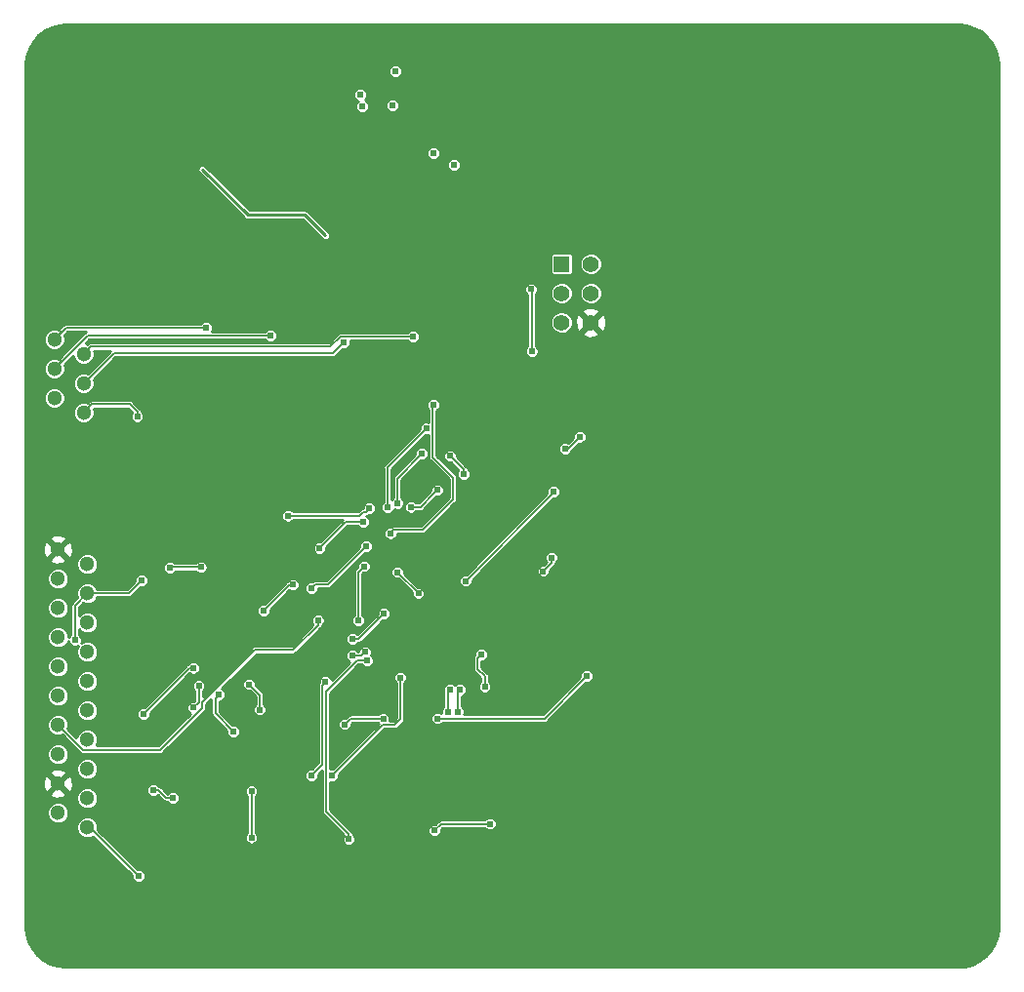
<source format=gbl>
G04 #@! TF.GenerationSoftware,KiCad,Pcbnew,5.0.2-bee76a0~70~ubuntu18.04.1*
G04 #@! TF.CreationDate,2019-02-13T21:41:43-05:00*
G04 #@! TF.ProjectId,Brakelight_Shutdown_BSPD,4272616b-656c-4696-9768-745f53687574,rev?*
G04 #@! TF.SameCoordinates,Original*
G04 #@! TF.FileFunction,Copper,L2,Bot*
G04 #@! TF.FilePolarity,Positive*
%FSLAX46Y46*%
G04 Gerber Fmt 4.6, Leading zero omitted, Abs format (unit mm)*
G04 Created by KiCad (PCBNEW 5.0.2-bee76a0~70~ubuntu18.04.1) date Wed 13 Feb 2019 09:41:43 PM EST*
%MOMM*%
%LPD*%
G01*
G04 APERTURE LIST*
G04 #@! TA.AperFunction,ComponentPad*
%ADD10C,1.300000*%
G04 #@! TD*
G04 #@! TA.AperFunction,ComponentPad*
%ADD11R,1.400000X1.400000*%
G04 #@! TD*
G04 #@! TA.AperFunction,ComponentPad*
%ADD12C,1.400000*%
G04 #@! TD*
G04 #@! TA.AperFunction,ViaPad*
%ADD13C,0.609600*%
G04 #@! TD*
G04 #@! TA.AperFunction,Conductor*
%ADD14C,0.152400*%
G04 #@! TD*
G04 #@! TA.AperFunction,Conductor*
%ADD15C,0.254000*%
G04 #@! TD*
G04 APERTURE END LIST*
D10*
G04 #@! TO.P,J1,5*
G04 #@! TO.N,/Cooling_Pressure_Sense*
X165150800Y-60350400D03*
G04 #@! TO.P,J1,3*
G04 #@! TO.N,/Shutdown_Sense_BSPD*
X165150800Y-57810400D03*
G04 #@! TO.P,J1,1*
G04 #@! TO.N,/Shutdown_Sense_GLVMS*
X165150800Y-55270400D03*
G04 #@! TO.P,J1,2*
G04 #@! TO.N,/Shutdown_Sense_Estop*
X167690800Y-56540400D03*
G04 #@! TO.P,J1,4*
G04 #@! TO.N,/Shutdown_Sense_TSMS*
X167690800Y-59080400D03*
G04 #@! TO.P,J1,6*
G04 #@! TO.N,/BSPD_Current_Sense*
X167690800Y-61620400D03*
G04 #@! TD*
G04 #@! TO.P,J2,5*
G04 #@! TO.N,/Brake_Switch-*
X165468300Y-78574900D03*
G04 #@! TO.P,J2,3*
G04 #@! TO.N,/BSPD_Relay*
X165468300Y-76034900D03*
G04 #@! TO.P,J2,1*
G04 #@! TO.N,GND*
X165468300Y-73494900D03*
G04 #@! TO.P,J2,7*
G04 #@! TO.N,/CAN_low*
X165468300Y-81114900D03*
G04 #@! TO.P,J2,2*
G04 #@! TO.N,+12V*
X168008300Y-74764900D03*
G04 #@! TO.P,J2,4*
G04 #@! TO.N,VCC*
X168008300Y-77304900D03*
G04 #@! TO.P,J2,6*
G04 #@! TO.N,/CAN_high*
X168008300Y-79844900D03*
G04 #@! TO.P,J2,8*
G04 #@! TO.N,VCC*
X168008300Y-82384900D03*
G04 #@! TO.P,J2,9*
G04 #@! TO.N,/MISO*
X165468300Y-83654900D03*
G04 #@! TO.P,J2,10*
G04 #@! TO.N,/MOSI*
X168008300Y-84924900D03*
G04 #@! TO.P,J2,11*
G04 #@! TO.N,/SCK*
X165468300Y-86194900D03*
G04 #@! TO.P,J2,12*
G04 #@! TO.N,/RESET*
X168008300Y-87464900D03*
G04 #@! TO.P,J2,13*
G04 #@! TO.N,/Cooling_Pump_LSD*
X165468300Y-88734900D03*
G04 #@! TO.P,J2,14*
G04 #@! TO.N,/Brakelight_LSD*
X168008300Y-90004900D03*
G04 #@! TO.P,J2,15*
G04 #@! TO.N,VCC*
X165468300Y-91274900D03*
G04 #@! TO.P,J2,16*
G04 #@! TO.N,/Brake_Pressure_Sense*
X168008300Y-92544900D03*
G04 #@! TO.P,J2,17*
G04 #@! TO.N,GND*
X165468300Y-93814900D03*
G04 #@! TO.P,J2,18*
G04 #@! TO.N,/BSPD_Current_Sense*
X168008300Y-95084900D03*
G04 #@! TO.P,J2,19*
G04 #@! TO.N,/RJ45_LED1*
X165468300Y-96354900D03*
G04 #@! TO.P,J2,20*
G04 #@! TO.N,/RJ45_LED2*
X168008300Y-97624900D03*
G04 #@! TD*
D11*
G04 #@! TO.P,J3,1*
G04 #@! TO.N,/MISO*
X209143600Y-48717200D03*
D12*
G04 #@! TO.P,J3,2*
G04 #@! TO.N,VCC*
X211683600Y-48717200D03*
G04 #@! TO.P,J3,3*
G04 #@! TO.N,/SCK*
X209143600Y-51257200D03*
G04 #@! TO.P,J3,4*
G04 #@! TO.N,/MOSI*
X211683600Y-51257200D03*
G04 #@! TO.P,J3,5*
G04 #@! TO.N,/RESET*
X209143600Y-53797200D03*
G04 #@! TO.P,J3,6*
G04 #@! TO.N,GND*
X211683600Y-53797200D03*
G04 #@! TD*
D13*
G04 #@! TO.N,GND*
X178752500Y-50292000D03*
X178244500Y-34544000D03*
X195008500Y-45212000D03*
X195008500Y-47498000D03*
X196786500Y-47498000D03*
X196786500Y-45212000D03*
X185356500Y-30226000D03*
X190182500Y-29972000D03*
X189166500Y-28956000D03*
X188150500Y-29972000D03*
X187134500Y-28956000D03*
X186372500Y-29972000D03*
X185356500Y-28956000D03*
X184340500Y-50038000D03*
X172008800Y-91846400D03*
X170738800Y-83146900D03*
X183692800Y-82956400D03*
X185153300Y-88798400D03*
X190550800Y-95338900D03*
X186423300Y-92925900D03*
X195313300Y-82956400D03*
X179959000Y-78536800D03*
X173710600Y-70916800D03*
X177876200Y-70561200D03*
X184480200Y-76504800D03*
X175285400Y-93878400D03*
X178409600Y-93776800D03*
X204520800Y-61163200D03*
X197180200Y-72694800D03*
X211582000Y-77470000D03*
X210845400Y-92887800D03*
X207619600Y-80975200D03*
X204063600Y-95250000D03*
X178968400Y-56997600D03*
X190093600Y-56769000D03*
X194894200Y-56032400D03*
X182575200Y-54254400D03*
X172542200Y-57429400D03*
G04 #@! TO.N,VCC*
X179428348Y-86106795D03*
X180695600Y-89306400D03*
X202158600Y-82626200D03*
X202484971Y-85441771D03*
X166928800Y-81356200D03*
X172694600Y-76200000D03*
X177850800Y-75031600D03*
X175183800Y-75082400D03*
X197027800Y-65201800D03*
X194894200Y-75463400D03*
X196723000Y-77317600D03*
X208280000Y-74193400D03*
X207555629Y-75374971D03*
X206552800Y-56311800D03*
X206527400Y-50901600D03*
X194894200Y-69469000D03*
X182245000Y-94488000D03*
X182245000Y-98501200D03*
G04 #@! TO.N,/MISO*
X198018400Y-60909200D03*
X192049400Y-74955400D03*
X194284600Y-72085200D03*
X191526988Y-79665388D03*
G04 #@! TO.N,/SCK*
X211302600Y-84505800D03*
X193675000Y-88163400D03*
X190347600Y-88671400D03*
X182025629Y-85200829D03*
X182956200Y-87401400D03*
X198374000Y-88163400D03*
G04 #@! TO.N,Net-(C2-Pad1)*
X190703200Y-98653600D03*
X192254585Y-83143798D03*
G04 #@! TO.N,Net-(C11-Pad2)*
X194454600Y-34963100D03*
X191863800Y-35013900D03*
G04 #@! TO.N,Net-(C12-Pad1)*
X191706500Y-34036000D03*
X194754500Y-32004000D03*
G04 #@! TO.N,/MOSI*
X191008000Y-81254600D03*
X193751200Y-79043198D03*
X200812400Y-76225400D03*
X208457800Y-68503800D03*
X209448400Y-64744600D03*
X210718400Y-63703200D03*
G04 #@! TO.N,/Brake_Pressure_Sense*
X192100200Y-82397600D03*
X173761400Y-94386400D03*
X175437800Y-95072200D03*
X187426600Y-93116400D03*
X190982600Y-82702400D03*
X188671200Y-84988400D03*
G04 #@! TO.N,Net-(IC1-Pad23)*
X199263000Y-87630000D03*
X199466200Y-85648800D03*
G04 #@! TO.N,Net-(IC1-Pad24)*
X200152000Y-87579200D03*
X200329800Y-85674200D03*
G04 #@! TO.N,/RESET*
X177673000Y-85293200D03*
X177215800Y-87223600D03*
X197434200Y-62992000D03*
X194030600Y-69850000D03*
X192176400Y-73228200D03*
X187426600Y-76885800D03*
G04 #@! TO.N,/Shutdown_Sense_TSMS*
X190246000Y-55524400D03*
G04 #@! TO.N,/Shutdown_Sense_BSPD*
X183896000Y-54940200D03*
G04 #@! TO.N,/Shutdown_Sense_GLVMS*
X178308000Y-54254400D03*
G04 #@! TO.N,/Shutdown_Sense_Estop*
X196265800Y-54991000D03*
G04 #@! TO.N,/BSPD_Relay*
X202946000Y-97307400D03*
X198094600Y-97891600D03*
G04 #@! TO.N,/Brakelight_LSD*
X185851800Y-76555600D03*
X177205600Y-83769200D03*
X183286400Y-78816200D03*
X172872400Y-87757000D03*
G04 #@! TO.N,/RJ45_LED2*
X172440600Y-101828600D03*
G04 #@! TO.N,/Brake_Switch_Pressed*
X185445400Y-70561199D03*
X192481200Y-69926200D03*
G04 #@! TO.N,Net-(R12-Pad2)*
X198056500Y-39116000D03*
X199834500Y-40132000D03*
G04 #@! TO.N,/BSPD_Current_Sense*
X172339000Y-61950600D03*
X199491600Y-65379600D03*
X200634600Y-66954400D03*
X189255400Y-93116400D03*
X196062600Y-69799200D03*
X195173600Y-84607400D03*
X198374000Y-68341200D03*
G04 #@! TO.N,/Cooling_Pump_LSD*
X188163200Y-73380600D03*
X191947800Y-71120000D03*
X191947800Y-71120000D03*
X188010800Y-79654400D03*
G04 #@! TD*
D14*
G04 #@! TO.N,VCC*
X179123549Y-87734349D02*
X180695600Y-89306400D01*
X179428348Y-86106795D02*
X179123549Y-86411594D01*
X179123549Y-86411594D02*
X179123549Y-87734349D01*
X201853801Y-82930999D02*
X201853801Y-83870799D01*
X202158600Y-82626200D02*
X201853801Y-82930999D01*
X201853801Y-83870799D02*
X202484971Y-84501969D01*
X202484971Y-84501969D02*
X202484971Y-85441771D01*
X166928800Y-78384400D02*
X168008300Y-77304900D01*
X166928800Y-81356200D02*
X166928800Y-78384400D01*
X168008300Y-77304900D02*
X171589700Y-77304900D01*
X171589700Y-77304900D02*
X172694600Y-76200000D01*
X177850800Y-75031600D02*
X175234600Y-75031600D01*
X175234600Y-75031600D02*
X175183800Y-75082400D01*
X194894200Y-75463400D02*
X196723000Y-77292200D01*
X196723000Y-77292200D02*
X196723000Y-77317600D01*
X208280000Y-74193400D02*
X208280000Y-74650600D01*
X208280000Y-74650600D02*
X207555629Y-75374971D01*
X206552800Y-56311800D02*
X206552800Y-50927000D01*
X206552800Y-50927000D02*
X206527400Y-50901600D01*
X194894200Y-67335400D02*
X197027800Y-65201800D01*
X194894200Y-69469000D02*
X194894200Y-67335400D01*
X182245000Y-94488000D02*
X182245000Y-98501200D01*
G04 #@! TO.N,/MISO*
X197967601Y-65504567D02*
X199718871Y-67255837D01*
X197967601Y-60959999D02*
X197967601Y-65504567D01*
X198018400Y-60909200D02*
X197967601Y-60959999D01*
X194589399Y-71780401D02*
X197077270Y-71780401D01*
X197077270Y-71780401D02*
X199718871Y-69138800D01*
X194284600Y-72085200D02*
X194589399Y-71780401D01*
X199718871Y-67255837D02*
X199718871Y-69138800D01*
X199718871Y-69138800D02*
X199718871Y-69190929D01*
X191526988Y-75477812D02*
X192049400Y-74955400D01*
X191526988Y-79665388D02*
X191526988Y-75477812D01*
G04 #@! TO.N,/SCK*
X211302600Y-84505800D02*
X207644999Y-88163401D01*
X193675000Y-88163400D02*
X190855600Y-88163400D01*
X190855600Y-88163400D02*
X190347600Y-88671400D01*
X182025629Y-85200829D02*
X182956200Y-86131400D01*
X182956200Y-86131400D02*
X182956200Y-87401400D01*
X198805053Y-88163401D02*
X207644999Y-88163401D01*
X198374000Y-88163400D02*
X198805053Y-88163401D01*
G04 #@! TO.N,Net-(C2-Pad1)*
X188721999Y-86944201D02*
X188721999Y-85826601D01*
X188721999Y-85826601D02*
X191404802Y-83143798D01*
X191404802Y-83143798D02*
X192254585Y-83143798D01*
X188721999Y-96241347D02*
X188721999Y-96240600D01*
X190703200Y-98222548D02*
X188721999Y-96241347D01*
X190703200Y-98653600D02*
X190703200Y-98222548D01*
X188721999Y-96240600D02*
X188721999Y-86944201D01*
G04 #@! TO.N,/MOSI*
X191439052Y-81254600D02*
X191464452Y-81229200D01*
X191008000Y-81254600D02*
X191439052Y-81254600D01*
X191439052Y-81254600D02*
X191539798Y-81254600D01*
X191539798Y-81254600D02*
X193751200Y-79043198D01*
X200812400Y-76225400D02*
X208457800Y-68580000D01*
X208457800Y-68580000D02*
X208457800Y-68503800D01*
X209677000Y-64744600D02*
X209448400Y-64744600D01*
X210718400Y-63703200D02*
X209677000Y-64744600D01*
G04 #@! TO.N,/Brake_Pressure_Sense*
X192100200Y-82397600D02*
X191795401Y-82702399D01*
X174192452Y-94386400D02*
X174878252Y-95072200D01*
X173761400Y-94386400D02*
X174192452Y-94386400D01*
X174878252Y-95072200D02*
X175437800Y-95072200D01*
X187426600Y-93116400D02*
X188137800Y-92405200D01*
X191795401Y-82702399D02*
X190982601Y-82702399D01*
X190982601Y-82702399D02*
X190982600Y-82702400D01*
X188366401Y-85293199D02*
X188366401Y-92176599D01*
X188366401Y-92176599D02*
X188137800Y-92405200D01*
X188671200Y-84988400D02*
X188366401Y-85293199D01*
G04 #@! TO.N,Net-(IC1-Pad23)*
X199263000Y-87630000D02*
X199263000Y-85852000D01*
X199263000Y-85852000D02*
X199466200Y-85648800D01*
G04 #@! TO.N,Net-(IC1-Pad24)*
X200152000Y-87579200D02*
X200152000Y-85852000D01*
X200152000Y-85852000D02*
X200329800Y-85674200D01*
G04 #@! TO.N,/RESET*
X177673000Y-85293200D02*
X177673000Y-85724252D01*
X177673000Y-85724252D02*
X177673000Y-86766400D01*
X177673000Y-86766400D02*
X177215800Y-87223600D01*
X197434200Y-62992000D02*
X194030600Y-66395600D01*
X194030600Y-66395600D02*
X194030600Y-69850000D01*
X192176400Y-73228200D02*
X188874400Y-76530200D01*
X188874400Y-76530200D02*
X187782200Y-76530200D01*
X187782200Y-76530200D02*
X187426600Y-76885800D01*
G04 #@! TO.N,/Shutdown_Sense_TSMS*
X190246000Y-55524400D02*
X189306200Y-56464200D01*
X170307000Y-56464200D02*
X167690800Y-59080400D01*
X189306200Y-56464200D02*
X170307000Y-56464200D01*
G04 #@! TO.N,/Shutdown_Sense_BSPD*
X165800799Y-57160401D02*
X165150800Y-57810400D01*
X168021000Y-54940200D02*
X165150800Y-57810400D01*
X183896000Y-54940200D02*
X168021000Y-54940200D01*
D15*
G04 #@! TO.N,/Shutdown_Sense_GLVMS*
X186880500Y-44450000D02*
X181927500Y-44450000D01*
X181927500Y-44450000D02*
X177990500Y-40513000D01*
X188658500Y-46228000D02*
X186880500Y-44450000D01*
D14*
X165800799Y-54620401D02*
X165150800Y-55270400D01*
X165811199Y-54610001D02*
X165800799Y-54620401D01*
X166166800Y-54254400D02*
X165150800Y-55270400D01*
X178308000Y-54254400D02*
X166166800Y-54254400D01*
G04 #@! TO.N,/Shutdown_Sense_Estop*
X168340799Y-55890401D02*
X167690800Y-56540400D01*
X189090565Y-55890401D02*
X168340799Y-55890401D01*
X189989966Y-54991000D02*
X189090565Y-55890401D01*
X196265800Y-54991000D02*
X189989966Y-54991000D01*
G04 #@! TO.N,/BSPD_Relay*
X202946000Y-97307400D02*
X198678800Y-97307400D01*
X198678800Y-97307400D02*
X198094600Y-97891600D01*
G04 #@! TO.N,/Brakelight_LSD*
X185547000Y-76555600D02*
X185851800Y-76555600D01*
X183286400Y-78816200D02*
X185547000Y-76555600D01*
X176860200Y-83769200D02*
X177205600Y-83769200D01*
X172872400Y-87757000D02*
X176860200Y-83769200D01*
G04 #@! TO.N,/RJ45_LED2*
X168236900Y-97624900D02*
X168008300Y-97624900D01*
X172440600Y-101828600D02*
X168236900Y-97624900D01*
G04 #@! TO.N,/Brake_Switch_Pressed*
X185445400Y-70561199D02*
X191636401Y-70561199D01*
X191636401Y-70561199D02*
X191941200Y-70256400D01*
X191941200Y-70256400D02*
X192151000Y-70256400D01*
X192151000Y-70256400D02*
X192481200Y-69926200D01*
G04 #@! TO.N,/BSPD_Current_Sense*
X172339000Y-61519548D02*
X171703252Y-60883800D01*
X172339000Y-61950600D02*
X172339000Y-61519548D01*
X168427400Y-60883800D02*
X167690800Y-61620400D01*
X171703252Y-60883800D02*
X168427400Y-60883800D01*
X199491600Y-65379600D02*
X200634600Y-66522600D01*
X200634600Y-66522600D02*
X200634600Y-66954400D01*
X193649600Y-88722200D02*
X189255400Y-93116400D01*
X195173600Y-88238852D02*
X194690252Y-88722200D01*
X194690252Y-88722200D02*
X193649600Y-88722200D01*
X195173600Y-87807800D02*
X195173600Y-88238852D01*
X196062600Y-69799200D02*
X196898140Y-69799200D01*
X195173600Y-87807800D02*
X195173600Y-84607400D01*
X198051341Y-68645999D02*
X196898140Y-69799200D01*
X198069201Y-68645999D02*
X198051341Y-68645999D01*
X198374000Y-68341200D02*
X198069201Y-68645999D01*
G04 #@! TO.N,/Cooling_Pump_LSD*
X188163200Y-73380600D02*
X190423800Y-71120000D01*
X190423800Y-71120000D02*
X191947800Y-71120000D01*
X188010800Y-80085452D02*
X185874943Y-82221309D01*
X188010800Y-79654400D02*
X188010800Y-80085452D01*
X165468300Y-88734900D02*
X167616901Y-90883501D01*
X167616901Y-90883501D02*
X174345333Y-90883501D01*
X174345333Y-90883501D02*
X177977809Y-87251025D01*
X177977809Y-87251025D02*
X177977809Y-86767900D01*
X177977809Y-86767900D02*
X182524400Y-82221309D01*
X185874943Y-82221309D02*
X182524400Y-82221309D01*
G04 #@! TD*
D15*
G04 #@! TO.N,GND*
G36*
X244275426Y-28010382D02*
X244936688Y-28217608D01*
X245542772Y-28553566D01*
X246068931Y-29004539D01*
X246493658Y-29552095D01*
X246799609Y-30173868D01*
X246975466Y-30848993D01*
X247016601Y-31383590D01*
X247016600Y-106279778D01*
X246944618Y-106988426D01*
X246737392Y-107649687D01*
X246401429Y-108255778D01*
X245950461Y-108781931D01*
X245402907Y-109206657D01*
X244781131Y-109512609D01*
X244106008Y-109688466D01*
X243571423Y-109729600D01*
X166135222Y-109729600D01*
X165426574Y-109657618D01*
X164765313Y-109450392D01*
X164159222Y-109114429D01*
X163633069Y-108663461D01*
X163208343Y-108115907D01*
X162902391Y-107494131D01*
X162726534Y-106819008D01*
X162685400Y-106284423D01*
X162685400Y-97440031D01*
X167078900Y-97440031D01*
X167078900Y-97809769D01*
X167220393Y-98151363D01*
X167481837Y-98412807D01*
X167823431Y-98554300D01*
X168193169Y-98554300D01*
X168525677Y-98416571D01*
X171856400Y-101747294D01*
X171856400Y-101944805D01*
X171945339Y-102159523D01*
X172109677Y-102323861D01*
X172324395Y-102412800D01*
X172556805Y-102412800D01*
X172771523Y-102323861D01*
X172935861Y-102159523D01*
X173024800Y-101944805D01*
X173024800Y-101712395D01*
X172935861Y-101497677D01*
X172771523Y-101333339D01*
X172556805Y-101244400D01*
X172359294Y-101244400D01*
X168933882Y-97818988D01*
X168937700Y-97809769D01*
X168937700Y-97440031D01*
X168796207Y-97098437D01*
X168534763Y-96836993D01*
X168193169Y-96695500D01*
X167823431Y-96695500D01*
X167481837Y-96836993D01*
X167220393Y-97098437D01*
X167078900Y-97440031D01*
X162685400Y-97440031D01*
X162685400Y-96170031D01*
X164538900Y-96170031D01*
X164538900Y-96539769D01*
X164680393Y-96881363D01*
X164941837Y-97142807D01*
X165283431Y-97284300D01*
X165653169Y-97284300D01*
X165994763Y-97142807D01*
X166256207Y-96881363D01*
X166397700Y-96539769D01*
X166397700Y-96170031D01*
X166256207Y-95828437D01*
X165994763Y-95566993D01*
X165653169Y-95425500D01*
X165283431Y-95425500D01*
X164941837Y-95566993D01*
X164680393Y-95828437D01*
X164538900Y-96170031D01*
X162685400Y-96170031D01*
X162685400Y-94713916D01*
X164748890Y-94713916D01*
X164804571Y-94944511D01*
X165287378Y-95112522D01*
X165797728Y-95082983D01*
X166132029Y-94944511D01*
X166142769Y-94900031D01*
X167078900Y-94900031D01*
X167078900Y-95269769D01*
X167220393Y-95611363D01*
X167481837Y-95872807D01*
X167823431Y-96014300D01*
X168193169Y-96014300D01*
X168534763Y-95872807D01*
X168796207Y-95611363D01*
X168937700Y-95269769D01*
X168937700Y-94900031D01*
X168796207Y-94558437D01*
X168534763Y-94296993D01*
X168470067Y-94270195D01*
X173177200Y-94270195D01*
X173177200Y-94502605D01*
X173266139Y-94717323D01*
X173430477Y-94881661D01*
X173645195Y-94970600D01*
X173877605Y-94970600D01*
X174092323Y-94881661D01*
X174138571Y-94835413D01*
X174602043Y-95298886D01*
X174621879Y-95328573D01*
X174651566Y-95348409D01*
X174651567Y-95348410D01*
X174739504Y-95407167D01*
X174878252Y-95434766D01*
X174913272Y-95427800D01*
X174967216Y-95427800D01*
X175106877Y-95567461D01*
X175321595Y-95656400D01*
X175554005Y-95656400D01*
X175768723Y-95567461D01*
X175933061Y-95403123D01*
X176022000Y-95188405D01*
X176022000Y-94955995D01*
X175933061Y-94741277D01*
X175768723Y-94576939D01*
X175554005Y-94488000D01*
X175321595Y-94488000D01*
X175106877Y-94576939D01*
X174996381Y-94687435D01*
X174680741Y-94371795D01*
X181660800Y-94371795D01*
X181660800Y-94604205D01*
X181749739Y-94818923D01*
X181889400Y-94958584D01*
X181889401Y-98030615D01*
X181749739Y-98170277D01*
X181660800Y-98384995D01*
X181660800Y-98617405D01*
X181749739Y-98832123D01*
X181914077Y-98996461D01*
X182128795Y-99085400D01*
X182361205Y-99085400D01*
X182575923Y-98996461D01*
X182740261Y-98832123D01*
X182829200Y-98617405D01*
X182829200Y-98384995D01*
X182740261Y-98170277D01*
X182600600Y-98030616D01*
X182600600Y-94958584D01*
X182740261Y-94818923D01*
X182829200Y-94604205D01*
X182829200Y-94371795D01*
X182740261Y-94157077D01*
X182575923Y-93992739D01*
X182361205Y-93903800D01*
X182128795Y-93903800D01*
X181914077Y-93992739D01*
X181749739Y-94157077D01*
X181660800Y-94371795D01*
X174680741Y-94371795D01*
X174468663Y-94159717D01*
X174448825Y-94130027D01*
X174331200Y-94051433D01*
X174233104Y-94031920D01*
X174092323Y-93891139D01*
X173877605Y-93802200D01*
X173645195Y-93802200D01*
X173430477Y-93891139D01*
X173266139Y-94055477D01*
X173177200Y-94270195D01*
X168470067Y-94270195D01*
X168193169Y-94155500D01*
X167823431Y-94155500D01*
X167481837Y-94296993D01*
X167220393Y-94558437D01*
X167078900Y-94900031D01*
X166142769Y-94900031D01*
X166187710Y-94713916D01*
X165468300Y-93994505D01*
X164748890Y-94713916D01*
X162685400Y-94713916D01*
X162685400Y-93633978D01*
X164170678Y-93633978D01*
X164200217Y-94144328D01*
X164338689Y-94478629D01*
X164569284Y-94534310D01*
X165288695Y-93814900D01*
X165647905Y-93814900D01*
X166367316Y-94534310D01*
X166597911Y-94478629D01*
X166765922Y-93995822D01*
X166736383Y-93485472D01*
X166597911Y-93151171D01*
X166367316Y-93095490D01*
X165647905Y-93814900D01*
X165288695Y-93814900D01*
X164569284Y-93095490D01*
X164338689Y-93151171D01*
X164170678Y-93633978D01*
X162685400Y-93633978D01*
X162685400Y-92915884D01*
X164748890Y-92915884D01*
X165468300Y-93635295D01*
X166187710Y-92915884D01*
X166132029Y-92685289D01*
X165649222Y-92517278D01*
X165138872Y-92546817D01*
X164804571Y-92685289D01*
X164748890Y-92915884D01*
X162685400Y-92915884D01*
X162685400Y-92360031D01*
X167078900Y-92360031D01*
X167078900Y-92729769D01*
X167220393Y-93071363D01*
X167481837Y-93332807D01*
X167823431Y-93474300D01*
X168193169Y-93474300D01*
X168534763Y-93332807D01*
X168796207Y-93071363D01*
X168825685Y-93000195D01*
X186842400Y-93000195D01*
X186842400Y-93232605D01*
X186931339Y-93447323D01*
X187095677Y-93611661D01*
X187310395Y-93700600D01*
X187542805Y-93700600D01*
X187757523Y-93611661D01*
X187921861Y-93447323D01*
X188010800Y-93232605D01*
X188010800Y-93035094D01*
X188366399Y-92679496D01*
X188366399Y-96206327D01*
X188359433Y-96241347D01*
X188366399Y-96276366D01*
X188387032Y-96380094D01*
X188465626Y-96497719D01*
X188495314Y-96517556D01*
X190254187Y-98276429D01*
X190207939Y-98322677D01*
X190119000Y-98537395D01*
X190119000Y-98769805D01*
X190207939Y-98984523D01*
X190372277Y-99148861D01*
X190586995Y-99237800D01*
X190819405Y-99237800D01*
X191034123Y-99148861D01*
X191198461Y-98984523D01*
X191287400Y-98769805D01*
X191287400Y-98537395D01*
X191198461Y-98322677D01*
X191057680Y-98181896D01*
X191038167Y-98083800D01*
X190959573Y-97966175D01*
X190929883Y-97946337D01*
X190758941Y-97775395D01*
X197510400Y-97775395D01*
X197510400Y-98007805D01*
X197599339Y-98222523D01*
X197763677Y-98386861D01*
X197978395Y-98475800D01*
X198210805Y-98475800D01*
X198425523Y-98386861D01*
X198589861Y-98222523D01*
X198678800Y-98007805D01*
X198678800Y-97810294D01*
X198826094Y-97663000D01*
X202475416Y-97663000D01*
X202615077Y-97802661D01*
X202829795Y-97891600D01*
X203062205Y-97891600D01*
X203276923Y-97802661D01*
X203441261Y-97638323D01*
X203530200Y-97423605D01*
X203530200Y-97191195D01*
X203441261Y-96976477D01*
X203276923Y-96812139D01*
X203062205Y-96723200D01*
X202829795Y-96723200D01*
X202615077Y-96812139D01*
X202475416Y-96951800D01*
X198713820Y-96951800D01*
X198678800Y-96944834D01*
X198643780Y-96951800D01*
X198540052Y-96972433D01*
X198422427Y-97051027D01*
X198402589Y-97080717D01*
X198175906Y-97307400D01*
X197978395Y-97307400D01*
X197763677Y-97396339D01*
X197599339Y-97560677D01*
X197510400Y-97775395D01*
X190758941Y-97775395D01*
X189077599Y-96094053D01*
X189077599Y-93675086D01*
X189139195Y-93700600D01*
X189371605Y-93700600D01*
X189586323Y-93611661D01*
X189750661Y-93447323D01*
X189839600Y-93232605D01*
X189839600Y-93035094D01*
X193796894Y-89077800D01*
X194655232Y-89077800D01*
X194690252Y-89084766D01*
X194725272Y-89077800D01*
X194829000Y-89057167D01*
X194946625Y-88978573D01*
X194966463Y-88948883D01*
X195400283Y-88515063D01*
X195429973Y-88495225D01*
X195508567Y-88377600D01*
X195529200Y-88273872D01*
X195529200Y-88273868D01*
X195536165Y-88238853D01*
X195529200Y-88203838D01*
X195529200Y-88047195D01*
X197789800Y-88047195D01*
X197789800Y-88279605D01*
X197878739Y-88494323D01*
X198043077Y-88658661D01*
X198257795Y-88747600D01*
X198490205Y-88747600D01*
X198704923Y-88658661D01*
X198844583Y-88519001D01*
X207609979Y-88519001D01*
X207644999Y-88525967D01*
X207680019Y-88519001D01*
X207783747Y-88498368D01*
X207901372Y-88419774D01*
X207921210Y-88390084D01*
X211221295Y-85090000D01*
X211418805Y-85090000D01*
X211633523Y-85001061D01*
X211797861Y-84836723D01*
X211886800Y-84622005D01*
X211886800Y-84389595D01*
X211797861Y-84174877D01*
X211633523Y-84010539D01*
X211418805Y-83921600D01*
X211186395Y-83921600D01*
X210971677Y-84010539D01*
X210807339Y-84174877D01*
X210718400Y-84389595D01*
X210718400Y-84587105D01*
X207497705Y-87807801D01*
X200689644Y-87807801D01*
X200736200Y-87695405D01*
X200736200Y-87462995D01*
X200647261Y-87248277D01*
X200507600Y-87108616D01*
X200507600Y-86232887D01*
X200660723Y-86169461D01*
X200825061Y-86005123D01*
X200914000Y-85790405D01*
X200914000Y-85557995D01*
X200825061Y-85343277D01*
X200660723Y-85178939D01*
X200446005Y-85090000D01*
X200213595Y-85090000D01*
X199998877Y-85178939D01*
X199910700Y-85267116D01*
X199797123Y-85153539D01*
X199582405Y-85064600D01*
X199349995Y-85064600D01*
X199135277Y-85153539D01*
X198970939Y-85317877D01*
X198882000Y-85532595D01*
X198882000Y-85765005D01*
X198906144Y-85823294D01*
X198900434Y-85852000D01*
X198907401Y-85887025D01*
X198907400Y-87159416D01*
X198767739Y-87299077D01*
X198678800Y-87513795D01*
X198678800Y-87657319D01*
X198490205Y-87579200D01*
X198257795Y-87579200D01*
X198043077Y-87668139D01*
X197878739Y-87832477D01*
X197789800Y-88047195D01*
X195529200Y-88047195D01*
X195529200Y-85077984D01*
X195668861Y-84938323D01*
X195757800Y-84723605D01*
X195757800Y-84491195D01*
X195668861Y-84276477D01*
X195504523Y-84112139D01*
X195289805Y-84023200D01*
X195057395Y-84023200D01*
X194842677Y-84112139D01*
X194678339Y-84276477D01*
X194589400Y-84491195D01*
X194589400Y-84723605D01*
X194678339Y-84938323D01*
X194818001Y-85077985D01*
X194818000Y-87772780D01*
X194818000Y-88091558D01*
X194542958Y-88366600D01*
X194223166Y-88366600D01*
X194259200Y-88279605D01*
X194259200Y-88047195D01*
X194170261Y-87832477D01*
X194005923Y-87668139D01*
X193791205Y-87579200D01*
X193558795Y-87579200D01*
X193344077Y-87668139D01*
X193204416Y-87807800D01*
X190890614Y-87807800D01*
X190855599Y-87800835D01*
X190820584Y-87807800D01*
X190820580Y-87807800D01*
X190716852Y-87828433D01*
X190599227Y-87907027D01*
X190579389Y-87936717D01*
X190428906Y-88087200D01*
X190231395Y-88087200D01*
X190016677Y-88176139D01*
X189852339Y-88340477D01*
X189763400Y-88555195D01*
X189763400Y-88787605D01*
X189852339Y-89002323D01*
X190016677Y-89166661D01*
X190231395Y-89255600D01*
X190463805Y-89255600D01*
X190678523Y-89166661D01*
X190842861Y-89002323D01*
X190931800Y-88787605D01*
X190931800Y-88590094D01*
X191002894Y-88519000D01*
X193204416Y-88519000D01*
X193277161Y-88591745D01*
X189336706Y-92532200D01*
X189139195Y-92532200D01*
X189077599Y-92557714D01*
X189077599Y-85973895D01*
X191552096Y-83499398D01*
X191784001Y-83499398D01*
X191923662Y-83639059D01*
X192138380Y-83727998D01*
X192370790Y-83727998D01*
X192585508Y-83639059D01*
X192749846Y-83474721D01*
X192838785Y-83260003D01*
X192838785Y-83027593D01*
X192798775Y-82930999D01*
X201491235Y-82930999D01*
X201498201Y-82966019D01*
X201498202Y-83835775D01*
X201491235Y-83870799D01*
X201518834Y-84009546D01*
X201577591Y-84097483D01*
X201577593Y-84097485D01*
X201597429Y-84127172D01*
X201627116Y-84147008D01*
X202129371Y-84649263D01*
X202129371Y-84971187D01*
X201989710Y-85110848D01*
X201900771Y-85325566D01*
X201900771Y-85557976D01*
X201989710Y-85772694D01*
X202154048Y-85937032D01*
X202368766Y-86025971D01*
X202601176Y-86025971D01*
X202815894Y-85937032D01*
X202980232Y-85772694D01*
X203069171Y-85557976D01*
X203069171Y-85325566D01*
X202980232Y-85110848D01*
X202840571Y-84971187D01*
X202840571Y-84536987D01*
X202847537Y-84501968D01*
X202828089Y-84404200D01*
X202819938Y-84363221D01*
X202741343Y-84245596D01*
X202711656Y-84225760D01*
X202209401Y-83723505D01*
X202209401Y-83210400D01*
X202274805Y-83210400D01*
X202489523Y-83121461D01*
X202653861Y-82957123D01*
X202742800Y-82742405D01*
X202742800Y-82509995D01*
X202653861Y-82295277D01*
X202489523Y-82130939D01*
X202274805Y-82042000D01*
X202042395Y-82042000D01*
X201827677Y-82130939D01*
X201663339Y-82295277D01*
X201574400Y-82509995D01*
X201574400Y-82709091D01*
X201518834Y-82792252D01*
X201491235Y-82930999D01*
X192798775Y-82930999D01*
X192749846Y-82812875D01*
X192615973Y-82679002D01*
X192684400Y-82513805D01*
X192684400Y-82281395D01*
X192595461Y-82066677D01*
X192431123Y-81902339D01*
X192216405Y-81813400D01*
X191983995Y-81813400D01*
X191769277Y-81902339D01*
X191604939Y-82066677D01*
X191516000Y-82281395D01*
X191516000Y-82346799D01*
X191453183Y-82346799D01*
X191313523Y-82207139D01*
X191098805Y-82118200D01*
X190866395Y-82118200D01*
X190651677Y-82207139D01*
X190487339Y-82371477D01*
X190398400Y-82586195D01*
X190398400Y-82818605D01*
X190487339Y-83033323D01*
X190651677Y-83197661D01*
X190790530Y-83255176D01*
X189231415Y-84814291D01*
X189166461Y-84657477D01*
X189002123Y-84493139D01*
X188787405Y-84404200D01*
X188554995Y-84404200D01*
X188340277Y-84493139D01*
X188175939Y-84657477D01*
X188087000Y-84872195D01*
X188087000Y-85071291D01*
X188031434Y-85154452D01*
X188003835Y-85293199D01*
X188010801Y-85328219D01*
X188010802Y-92029303D01*
X187911115Y-92128990D01*
X187507906Y-92532200D01*
X187310395Y-92532200D01*
X187095677Y-92621139D01*
X186931339Y-92785477D01*
X186842400Y-93000195D01*
X168825685Y-93000195D01*
X168937700Y-92729769D01*
X168937700Y-92360031D01*
X168796207Y-92018437D01*
X168534763Y-91756993D01*
X168193169Y-91615500D01*
X167823431Y-91615500D01*
X167481837Y-91756993D01*
X167220393Y-92018437D01*
X167078900Y-92360031D01*
X162685400Y-92360031D01*
X162685400Y-91090031D01*
X164538900Y-91090031D01*
X164538900Y-91459769D01*
X164680393Y-91801363D01*
X164941837Y-92062807D01*
X165283431Y-92204300D01*
X165653169Y-92204300D01*
X165994763Y-92062807D01*
X166256207Y-91801363D01*
X166397700Y-91459769D01*
X166397700Y-91090031D01*
X166256207Y-90748437D01*
X165994763Y-90486993D01*
X165653169Y-90345500D01*
X165283431Y-90345500D01*
X164941837Y-90486993D01*
X164680393Y-90748437D01*
X164538900Y-91090031D01*
X162685400Y-91090031D01*
X162685400Y-88550031D01*
X164538900Y-88550031D01*
X164538900Y-88919769D01*
X164680393Y-89261363D01*
X164941837Y-89522807D01*
X165283431Y-89664300D01*
X165653169Y-89664300D01*
X165824032Y-89593526D01*
X167340692Y-91110187D01*
X167360528Y-91139874D01*
X167390215Y-91159710D01*
X167390216Y-91159711D01*
X167478153Y-91218468D01*
X167616901Y-91246067D01*
X167651921Y-91239101D01*
X174310313Y-91239101D01*
X174345333Y-91246067D01*
X174380353Y-91239101D01*
X174484081Y-91218468D01*
X174601706Y-91139874D01*
X174621544Y-91110184D01*
X178204497Y-87527232D01*
X178234181Y-87507398D01*
X178254016Y-87477713D01*
X178254019Y-87477710D01*
X178312776Y-87389773D01*
X178340375Y-87251025D01*
X178333409Y-87216005D01*
X178333409Y-86915194D01*
X178767949Y-86480654D01*
X178767950Y-87699324D01*
X178760983Y-87734349D01*
X178788582Y-87873096D01*
X178847339Y-87961033D01*
X178847341Y-87961035D01*
X178867177Y-87990722D01*
X178896864Y-88010558D01*
X180111400Y-89225095D01*
X180111400Y-89422605D01*
X180200339Y-89637323D01*
X180364677Y-89801661D01*
X180579395Y-89890600D01*
X180811805Y-89890600D01*
X181026523Y-89801661D01*
X181190861Y-89637323D01*
X181279800Y-89422605D01*
X181279800Y-89190195D01*
X181190861Y-88975477D01*
X181026523Y-88811139D01*
X180811805Y-88722200D01*
X180614295Y-88722200D01*
X179479149Y-87587055D01*
X179479149Y-86690995D01*
X179544553Y-86690995D01*
X179759271Y-86602056D01*
X179923609Y-86437718D01*
X180012548Y-86223000D01*
X180012548Y-85990590D01*
X179923609Y-85775872D01*
X179759271Y-85611534D01*
X179672861Y-85575742D01*
X180163979Y-85084624D01*
X181441429Y-85084624D01*
X181441429Y-85317034D01*
X181530368Y-85531752D01*
X181694706Y-85696090D01*
X181909424Y-85785029D01*
X182106935Y-85785029D01*
X182600600Y-86278694D01*
X182600601Y-86930815D01*
X182460939Y-87070477D01*
X182372000Y-87285195D01*
X182372000Y-87517605D01*
X182460939Y-87732323D01*
X182625277Y-87896661D01*
X182839995Y-87985600D01*
X183072405Y-87985600D01*
X183287123Y-87896661D01*
X183451461Y-87732323D01*
X183540400Y-87517605D01*
X183540400Y-87285195D01*
X183451461Y-87070477D01*
X183311800Y-86930816D01*
X183311800Y-86166418D01*
X183318766Y-86131399D01*
X183304408Y-86059219D01*
X183291167Y-85992652D01*
X183212572Y-85875027D01*
X183182885Y-85855191D01*
X182609829Y-85282135D01*
X182609829Y-85084624D01*
X182520890Y-84869906D01*
X182356552Y-84705568D01*
X182141834Y-84616629D01*
X181909424Y-84616629D01*
X181694706Y-84705568D01*
X181530368Y-84869906D01*
X181441429Y-85084624D01*
X180163979Y-85084624D01*
X182671695Y-82576909D01*
X185839923Y-82576909D01*
X185874943Y-82583875D01*
X185909963Y-82576909D01*
X186013691Y-82556276D01*
X186131316Y-82477682D01*
X186151154Y-82447992D01*
X187460751Y-81138395D01*
X190423800Y-81138395D01*
X190423800Y-81370805D01*
X190512739Y-81585523D01*
X190677077Y-81749861D01*
X190891795Y-81838800D01*
X191124205Y-81838800D01*
X191338923Y-81749861D01*
X191478584Y-81610200D01*
X191504778Y-81610200D01*
X191539798Y-81617166D01*
X191574818Y-81610200D01*
X191678546Y-81589567D01*
X191796171Y-81510973D01*
X191816009Y-81481283D01*
X193669895Y-79627398D01*
X193867405Y-79627398D01*
X194082123Y-79538459D01*
X194246461Y-79374121D01*
X194335400Y-79159403D01*
X194335400Y-78926993D01*
X194246461Y-78712275D01*
X194082123Y-78547937D01*
X193867405Y-78458998D01*
X193634995Y-78458998D01*
X193420277Y-78547937D01*
X193255939Y-78712275D01*
X193167000Y-78926993D01*
X193167000Y-79124503D01*
X191435544Y-80855960D01*
X191338923Y-80759339D01*
X191124205Y-80670400D01*
X190891795Y-80670400D01*
X190677077Y-80759339D01*
X190512739Y-80923677D01*
X190423800Y-81138395D01*
X187460751Y-81138395D01*
X188237486Y-80361661D01*
X188267173Y-80341825D01*
X188345767Y-80224200D01*
X188365280Y-80126104D01*
X188506061Y-79985323D01*
X188595000Y-79770605D01*
X188595000Y-79549183D01*
X190942788Y-79549183D01*
X190942788Y-79781593D01*
X191031727Y-79996311D01*
X191196065Y-80160649D01*
X191410783Y-80249588D01*
X191643193Y-80249588D01*
X191857911Y-80160649D01*
X192022249Y-79996311D01*
X192111188Y-79781593D01*
X192111188Y-79549183D01*
X192022249Y-79334465D01*
X191882588Y-79194804D01*
X191882588Y-75625106D01*
X191968094Y-75539600D01*
X192165605Y-75539600D01*
X192380323Y-75450661D01*
X192483789Y-75347195D01*
X194310000Y-75347195D01*
X194310000Y-75579605D01*
X194398939Y-75794323D01*
X194563277Y-75958661D01*
X194777995Y-76047600D01*
X194975506Y-76047600D01*
X196138800Y-77210895D01*
X196138800Y-77433805D01*
X196227739Y-77648523D01*
X196392077Y-77812861D01*
X196606795Y-77901800D01*
X196839205Y-77901800D01*
X197053923Y-77812861D01*
X197218261Y-77648523D01*
X197307200Y-77433805D01*
X197307200Y-77201395D01*
X197218261Y-76986677D01*
X197053923Y-76822339D01*
X196839205Y-76733400D01*
X196667095Y-76733400D01*
X196042890Y-76109195D01*
X200228200Y-76109195D01*
X200228200Y-76341605D01*
X200317139Y-76556323D01*
X200481477Y-76720661D01*
X200696195Y-76809600D01*
X200928605Y-76809600D01*
X201143323Y-76720661D01*
X201307661Y-76556323D01*
X201396600Y-76341605D01*
X201396600Y-76144094D01*
X202281928Y-75258766D01*
X206971429Y-75258766D01*
X206971429Y-75491176D01*
X207060368Y-75705894D01*
X207224706Y-75870232D01*
X207439424Y-75959171D01*
X207671834Y-75959171D01*
X207886552Y-75870232D01*
X208050890Y-75705894D01*
X208139829Y-75491176D01*
X208139829Y-75293665D01*
X208506683Y-74926811D01*
X208536373Y-74906973D01*
X208614967Y-74789348D01*
X208635600Y-74685620D01*
X208635600Y-74685616D01*
X208640971Y-74658613D01*
X208775261Y-74524323D01*
X208864200Y-74309605D01*
X208864200Y-74077195D01*
X208775261Y-73862477D01*
X208610923Y-73698139D01*
X208396205Y-73609200D01*
X208163795Y-73609200D01*
X207949077Y-73698139D01*
X207784739Y-73862477D01*
X207695800Y-74077195D01*
X207695800Y-74309605D01*
X207784739Y-74524323D01*
X207844061Y-74583645D01*
X207636935Y-74790771D01*
X207439424Y-74790771D01*
X207224706Y-74879710D01*
X207060368Y-75044048D01*
X206971429Y-75258766D01*
X202281928Y-75258766D01*
X208452694Y-69088000D01*
X208574005Y-69088000D01*
X208788723Y-68999061D01*
X208953061Y-68834723D01*
X209042000Y-68620005D01*
X209042000Y-68387595D01*
X208953061Y-68172877D01*
X208788723Y-68008539D01*
X208574005Y-67919600D01*
X208341595Y-67919600D01*
X208126877Y-68008539D01*
X207962539Y-68172877D01*
X207873600Y-68387595D01*
X207873600Y-68620005D01*
X207885697Y-68649209D01*
X200893706Y-75641200D01*
X200696195Y-75641200D01*
X200481477Y-75730139D01*
X200317139Y-75894477D01*
X200228200Y-76109195D01*
X196042890Y-76109195D01*
X195478400Y-75544706D01*
X195478400Y-75347195D01*
X195389461Y-75132477D01*
X195225123Y-74968139D01*
X195010405Y-74879200D01*
X194777995Y-74879200D01*
X194563277Y-74968139D01*
X194398939Y-75132477D01*
X194310000Y-75347195D01*
X192483789Y-75347195D01*
X192544661Y-75286323D01*
X192633600Y-75071605D01*
X192633600Y-74839195D01*
X192544661Y-74624477D01*
X192380323Y-74460139D01*
X192165605Y-74371200D01*
X191933195Y-74371200D01*
X191718477Y-74460139D01*
X191554139Y-74624477D01*
X191465200Y-74839195D01*
X191465200Y-75036706D01*
X191300303Y-75201603D01*
X191270616Y-75221439D01*
X191250780Y-75251126D01*
X191250778Y-75251128D01*
X191192021Y-75339065D01*
X191164422Y-75477812D01*
X191171389Y-75512837D01*
X191171388Y-79194804D01*
X191031727Y-79334465D01*
X190942788Y-79549183D01*
X188595000Y-79549183D01*
X188595000Y-79538195D01*
X188506061Y-79323477D01*
X188341723Y-79159139D01*
X188127005Y-79070200D01*
X187894595Y-79070200D01*
X187679877Y-79159139D01*
X187515539Y-79323477D01*
X187426600Y-79538195D01*
X187426600Y-79770605D01*
X187515539Y-79985323D01*
X187561787Y-80031571D01*
X185727649Y-81865709D01*
X182559420Y-81865709D01*
X182524400Y-81858743D01*
X182489380Y-81865709D01*
X182385652Y-81886342D01*
X182268027Y-81964936D01*
X182248191Y-81994623D01*
X178028600Y-86214215D01*
X178028600Y-85763784D01*
X178168261Y-85624123D01*
X178257200Y-85409405D01*
X178257200Y-85176995D01*
X178168261Y-84962277D01*
X178003923Y-84797939D01*
X177789205Y-84709000D01*
X177556795Y-84709000D01*
X177342077Y-84797939D01*
X177177739Y-84962277D01*
X177088800Y-85176995D01*
X177088800Y-85409405D01*
X177177739Y-85624123D01*
X177317400Y-85763784D01*
X177317401Y-86619105D01*
X177297106Y-86639400D01*
X177099595Y-86639400D01*
X176884877Y-86728339D01*
X176720539Y-86892677D01*
X176631600Y-87107395D01*
X176631600Y-87339805D01*
X176720539Y-87554523D01*
X176884877Y-87718861D01*
X176971286Y-87754653D01*
X174198039Y-90527901D01*
X168797641Y-90527901D01*
X168937700Y-90189769D01*
X168937700Y-89820031D01*
X168796207Y-89478437D01*
X168534763Y-89216993D01*
X168193169Y-89075500D01*
X167823431Y-89075500D01*
X167481837Y-89216993D01*
X167220393Y-89478437D01*
X167078900Y-89820031D01*
X167078900Y-89842605D01*
X166326926Y-89090632D01*
X166397700Y-88919769D01*
X166397700Y-88550031D01*
X166256207Y-88208437D01*
X165994763Y-87946993D01*
X165653169Y-87805500D01*
X165283431Y-87805500D01*
X164941837Y-87946993D01*
X164680393Y-88208437D01*
X164538900Y-88550031D01*
X162685400Y-88550031D01*
X162685400Y-87280031D01*
X167078900Y-87280031D01*
X167078900Y-87649769D01*
X167220393Y-87991363D01*
X167481837Y-88252807D01*
X167823431Y-88394300D01*
X168193169Y-88394300D01*
X168534763Y-88252807D01*
X168796207Y-87991363D01*
X168937700Y-87649769D01*
X168937700Y-87640795D01*
X172288200Y-87640795D01*
X172288200Y-87873205D01*
X172377139Y-88087923D01*
X172541477Y-88252261D01*
X172756195Y-88341200D01*
X172988605Y-88341200D01*
X173203323Y-88252261D01*
X173367661Y-88087923D01*
X173456600Y-87873205D01*
X173456600Y-87675694D01*
X176871255Y-84261039D01*
X176874677Y-84264461D01*
X177089395Y-84353400D01*
X177321805Y-84353400D01*
X177536523Y-84264461D01*
X177700861Y-84100123D01*
X177789800Y-83885405D01*
X177789800Y-83652995D01*
X177700861Y-83438277D01*
X177536523Y-83273939D01*
X177321805Y-83185000D01*
X177089395Y-83185000D01*
X176874677Y-83273939D01*
X176710339Y-83438277D01*
X176708402Y-83442952D01*
X176654805Y-83478765D01*
X176603827Y-83512827D01*
X176583991Y-83542514D01*
X172953706Y-87172800D01*
X172756195Y-87172800D01*
X172541477Y-87261739D01*
X172377139Y-87426077D01*
X172288200Y-87640795D01*
X168937700Y-87640795D01*
X168937700Y-87280031D01*
X168796207Y-86938437D01*
X168534763Y-86676993D01*
X168193169Y-86535500D01*
X167823431Y-86535500D01*
X167481837Y-86676993D01*
X167220393Y-86938437D01*
X167078900Y-87280031D01*
X162685400Y-87280031D01*
X162685400Y-86010031D01*
X164538900Y-86010031D01*
X164538900Y-86379769D01*
X164680393Y-86721363D01*
X164941837Y-86982807D01*
X165283431Y-87124300D01*
X165653169Y-87124300D01*
X165994763Y-86982807D01*
X166256207Y-86721363D01*
X166397700Y-86379769D01*
X166397700Y-86010031D01*
X166256207Y-85668437D01*
X165994763Y-85406993D01*
X165653169Y-85265500D01*
X165283431Y-85265500D01*
X164941837Y-85406993D01*
X164680393Y-85668437D01*
X164538900Y-86010031D01*
X162685400Y-86010031D01*
X162685400Y-84740031D01*
X167078900Y-84740031D01*
X167078900Y-85109769D01*
X167220393Y-85451363D01*
X167481837Y-85712807D01*
X167823431Y-85854300D01*
X168193169Y-85854300D01*
X168534763Y-85712807D01*
X168796207Y-85451363D01*
X168937700Y-85109769D01*
X168937700Y-84740031D01*
X168796207Y-84398437D01*
X168534763Y-84136993D01*
X168193169Y-83995500D01*
X167823431Y-83995500D01*
X167481837Y-84136993D01*
X167220393Y-84398437D01*
X167078900Y-84740031D01*
X162685400Y-84740031D01*
X162685400Y-83470031D01*
X164538900Y-83470031D01*
X164538900Y-83839769D01*
X164680393Y-84181363D01*
X164941837Y-84442807D01*
X165283431Y-84584300D01*
X165653169Y-84584300D01*
X165994763Y-84442807D01*
X166256207Y-84181363D01*
X166397700Y-83839769D01*
X166397700Y-83470031D01*
X166256207Y-83128437D01*
X165994763Y-82866993D01*
X165653169Y-82725500D01*
X165283431Y-82725500D01*
X164941837Y-82866993D01*
X164680393Y-83128437D01*
X164538900Y-83470031D01*
X162685400Y-83470031D01*
X162685400Y-80930031D01*
X164538900Y-80930031D01*
X164538900Y-81299769D01*
X164680393Y-81641363D01*
X164941837Y-81902807D01*
X165283431Y-82044300D01*
X165653169Y-82044300D01*
X165994763Y-81902807D01*
X166256207Y-81641363D01*
X166344600Y-81427964D01*
X166344600Y-81472405D01*
X166433539Y-81687123D01*
X166597877Y-81851461D01*
X166812595Y-81940400D01*
X167045005Y-81940400D01*
X167215735Y-81869681D01*
X167078900Y-82200031D01*
X167078900Y-82569769D01*
X167220393Y-82911363D01*
X167481837Y-83172807D01*
X167823431Y-83314300D01*
X168193169Y-83314300D01*
X168534763Y-83172807D01*
X168796207Y-82911363D01*
X168937700Y-82569769D01*
X168937700Y-82200031D01*
X168796207Y-81858437D01*
X168534763Y-81596993D01*
X168193169Y-81455500D01*
X167823431Y-81455500D01*
X167481837Y-81596993D01*
X167446939Y-81631891D01*
X167513000Y-81472405D01*
X167513000Y-81239995D01*
X167424061Y-81025277D01*
X167284400Y-80885616D01*
X167284400Y-80435370D01*
X167481837Y-80632807D01*
X167823431Y-80774300D01*
X168193169Y-80774300D01*
X168534763Y-80632807D01*
X168796207Y-80371363D01*
X168937700Y-80029769D01*
X168937700Y-79660031D01*
X168796207Y-79318437D01*
X168534763Y-79056993D01*
X168193169Y-78915500D01*
X167823431Y-78915500D01*
X167481837Y-79056993D01*
X167284400Y-79254430D01*
X167284400Y-78699995D01*
X182702200Y-78699995D01*
X182702200Y-78932405D01*
X182791139Y-79147123D01*
X182955477Y-79311461D01*
X183170195Y-79400400D01*
X183402605Y-79400400D01*
X183617323Y-79311461D01*
X183781661Y-79147123D01*
X183870600Y-78932405D01*
X183870600Y-78734894D01*
X185544746Y-77060748D01*
X185735595Y-77139800D01*
X185968005Y-77139800D01*
X186182723Y-77050861D01*
X186347061Y-76886523D01*
X186395494Y-76769595D01*
X186842400Y-76769595D01*
X186842400Y-77002005D01*
X186931339Y-77216723D01*
X187095677Y-77381061D01*
X187310395Y-77470000D01*
X187542805Y-77470000D01*
X187757523Y-77381061D01*
X187921861Y-77216723D01*
X188010800Y-77002005D01*
X188010800Y-76885800D01*
X188839380Y-76885800D01*
X188874400Y-76892766D01*
X188909420Y-76885800D01*
X189013148Y-76865167D01*
X189130773Y-76786573D01*
X189150611Y-76756883D01*
X192095094Y-73812400D01*
X192292605Y-73812400D01*
X192507323Y-73723461D01*
X192671661Y-73559123D01*
X192760600Y-73344405D01*
X192760600Y-73111995D01*
X192671661Y-72897277D01*
X192507323Y-72732939D01*
X192292605Y-72644000D01*
X192060195Y-72644000D01*
X191845477Y-72732939D01*
X191681139Y-72897277D01*
X191592200Y-73111995D01*
X191592200Y-73309506D01*
X188727106Y-76174600D01*
X187817214Y-76174600D01*
X187782199Y-76167635D01*
X187747184Y-76174600D01*
X187747180Y-76174600D01*
X187643452Y-76195233D01*
X187525827Y-76273827D01*
X187507270Y-76301600D01*
X187310395Y-76301600D01*
X187095677Y-76390539D01*
X186931339Y-76554877D01*
X186842400Y-76769595D01*
X186395494Y-76769595D01*
X186436000Y-76671805D01*
X186436000Y-76439395D01*
X186347061Y-76224677D01*
X186182723Y-76060339D01*
X185968005Y-75971400D01*
X185735595Y-75971400D01*
X185520877Y-76060339D01*
X185356539Y-76224677D01*
X185339066Y-76266862D01*
X185290627Y-76299227D01*
X185270789Y-76328917D01*
X183367706Y-78232000D01*
X183170195Y-78232000D01*
X182955477Y-78320939D01*
X182791139Y-78485277D01*
X182702200Y-78699995D01*
X167284400Y-78699995D01*
X167284400Y-78531694D01*
X167652568Y-78163526D01*
X167823431Y-78234300D01*
X168193169Y-78234300D01*
X168534763Y-78092807D01*
X168796207Y-77831363D01*
X168866981Y-77660500D01*
X171554680Y-77660500D01*
X171589700Y-77667466D01*
X171624720Y-77660500D01*
X171728448Y-77639867D01*
X171846073Y-77561273D01*
X171865911Y-77531583D01*
X172613294Y-76784200D01*
X172810805Y-76784200D01*
X173025523Y-76695261D01*
X173189861Y-76530923D01*
X173278800Y-76316205D01*
X173278800Y-76083795D01*
X173189861Y-75869077D01*
X173025523Y-75704739D01*
X172810805Y-75615800D01*
X172578395Y-75615800D01*
X172363677Y-75704739D01*
X172199339Y-75869077D01*
X172110400Y-76083795D01*
X172110400Y-76281306D01*
X171442406Y-76949300D01*
X168866981Y-76949300D01*
X168796207Y-76778437D01*
X168534763Y-76516993D01*
X168193169Y-76375500D01*
X167823431Y-76375500D01*
X167481837Y-76516993D01*
X167220393Y-76778437D01*
X167078900Y-77120031D01*
X167078900Y-77489769D01*
X167149674Y-77660632D01*
X166702115Y-78108191D01*
X166672428Y-78128027D01*
X166652592Y-78157714D01*
X166652590Y-78157716D01*
X166593833Y-78245653D01*
X166566234Y-78384400D01*
X166573201Y-78419425D01*
X166573200Y-80885616D01*
X166433539Y-81025277D01*
X166397700Y-81111800D01*
X166397700Y-80930031D01*
X166256207Y-80588437D01*
X165994763Y-80326993D01*
X165653169Y-80185500D01*
X165283431Y-80185500D01*
X164941837Y-80326993D01*
X164680393Y-80588437D01*
X164538900Y-80930031D01*
X162685400Y-80930031D01*
X162685400Y-78390031D01*
X164538900Y-78390031D01*
X164538900Y-78759769D01*
X164680393Y-79101363D01*
X164941837Y-79362807D01*
X165283431Y-79504300D01*
X165653169Y-79504300D01*
X165994763Y-79362807D01*
X166256207Y-79101363D01*
X166397700Y-78759769D01*
X166397700Y-78390031D01*
X166256207Y-78048437D01*
X165994763Y-77786993D01*
X165653169Y-77645500D01*
X165283431Y-77645500D01*
X164941837Y-77786993D01*
X164680393Y-78048437D01*
X164538900Y-78390031D01*
X162685400Y-78390031D01*
X162685400Y-75850031D01*
X164538900Y-75850031D01*
X164538900Y-76219769D01*
X164680393Y-76561363D01*
X164941837Y-76822807D01*
X165283431Y-76964300D01*
X165653169Y-76964300D01*
X165994763Y-76822807D01*
X166256207Y-76561363D01*
X166397700Y-76219769D01*
X166397700Y-75850031D01*
X166256207Y-75508437D01*
X165994763Y-75246993D01*
X165653169Y-75105500D01*
X165283431Y-75105500D01*
X164941837Y-75246993D01*
X164680393Y-75508437D01*
X164538900Y-75850031D01*
X162685400Y-75850031D01*
X162685400Y-74393916D01*
X164748890Y-74393916D01*
X164804571Y-74624511D01*
X165287378Y-74792522D01*
X165797728Y-74762983D01*
X166132029Y-74624511D01*
X166142769Y-74580031D01*
X167078900Y-74580031D01*
X167078900Y-74949769D01*
X167220393Y-75291363D01*
X167481837Y-75552807D01*
X167823431Y-75694300D01*
X168193169Y-75694300D01*
X168534763Y-75552807D01*
X168796207Y-75291363D01*
X168930896Y-74966195D01*
X174599600Y-74966195D01*
X174599600Y-75198605D01*
X174688539Y-75413323D01*
X174852877Y-75577661D01*
X175067595Y-75666600D01*
X175300005Y-75666600D01*
X175514723Y-75577661D01*
X175679061Y-75413323D01*
X175689881Y-75387200D01*
X177380216Y-75387200D01*
X177519877Y-75526861D01*
X177734595Y-75615800D01*
X177967005Y-75615800D01*
X178181723Y-75526861D01*
X178346061Y-75362523D01*
X178435000Y-75147805D01*
X178435000Y-74915395D01*
X178346061Y-74700677D01*
X178181723Y-74536339D01*
X177967005Y-74447400D01*
X177734595Y-74447400D01*
X177519877Y-74536339D01*
X177380216Y-74676000D01*
X175603584Y-74676000D01*
X175514723Y-74587139D01*
X175300005Y-74498200D01*
X175067595Y-74498200D01*
X174852877Y-74587139D01*
X174688539Y-74751477D01*
X174599600Y-74966195D01*
X168930896Y-74966195D01*
X168937700Y-74949769D01*
X168937700Y-74580031D01*
X168796207Y-74238437D01*
X168534763Y-73976993D01*
X168193169Y-73835500D01*
X167823431Y-73835500D01*
X167481837Y-73976993D01*
X167220393Y-74238437D01*
X167078900Y-74580031D01*
X166142769Y-74580031D01*
X166187710Y-74393916D01*
X165468300Y-73674505D01*
X164748890Y-74393916D01*
X162685400Y-74393916D01*
X162685400Y-73313978D01*
X164170678Y-73313978D01*
X164200217Y-73824328D01*
X164338689Y-74158629D01*
X164569284Y-74214310D01*
X165288695Y-73494900D01*
X165647905Y-73494900D01*
X166367316Y-74214310D01*
X166597911Y-74158629D01*
X166765922Y-73675822D01*
X166736383Y-73165472D01*
X166597911Y-72831171D01*
X166367316Y-72775490D01*
X165647905Y-73494900D01*
X165288695Y-73494900D01*
X164569284Y-72775490D01*
X164338689Y-72831171D01*
X164170678Y-73313978D01*
X162685400Y-73313978D01*
X162685400Y-72595884D01*
X164748890Y-72595884D01*
X165468300Y-73315295D01*
X166187710Y-72595884D01*
X166132029Y-72365289D01*
X165649222Y-72197278D01*
X165138872Y-72226817D01*
X164804571Y-72365289D01*
X164748890Y-72595884D01*
X162685400Y-72595884D01*
X162685400Y-70444994D01*
X184861200Y-70444994D01*
X184861200Y-70677404D01*
X184950139Y-70892122D01*
X185114477Y-71056460D01*
X185329195Y-71145399D01*
X185561605Y-71145399D01*
X185776323Y-71056460D01*
X185915984Y-70916799D01*
X190124107Y-70916799D01*
X188244506Y-72796400D01*
X188046995Y-72796400D01*
X187832277Y-72885339D01*
X187667939Y-73049677D01*
X187579000Y-73264395D01*
X187579000Y-73496805D01*
X187667939Y-73711523D01*
X187832277Y-73875861D01*
X188046995Y-73964800D01*
X188279405Y-73964800D01*
X188494123Y-73875861D01*
X188658461Y-73711523D01*
X188747400Y-73496805D01*
X188747400Y-73299294D01*
X190571094Y-71475600D01*
X191477216Y-71475600D01*
X191616877Y-71615261D01*
X191831595Y-71704200D01*
X192064005Y-71704200D01*
X192278723Y-71615261D01*
X192443061Y-71450923D01*
X192532000Y-71236205D01*
X192532000Y-71003795D01*
X192443061Y-70789077D01*
X192278723Y-70624739D01*
X192227871Y-70603675D01*
X192289748Y-70591367D01*
X192407373Y-70512773D01*
X192408959Y-70510400D01*
X192597405Y-70510400D01*
X192812123Y-70421461D01*
X192976461Y-70257123D01*
X193065400Y-70042405D01*
X193065400Y-69809995D01*
X193033837Y-69733795D01*
X193446400Y-69733795D01*
X193446400Y-69966205D01*
X193535339Y-70180923D01*
X193699677Y-70345261D01*
X193914395Y-70434200D01*
X194146805Y-70434200D01*
X194361523Y-70345261D01*
X194525861Y-70180923D01*
X194607942Y-69982762D01*
X194777995Y-70053200D01*
X195010405Y-70053200D01*
X195225123Y-69964261D01*
X195389461Y-69799923D01*
X195437894Y-69682995D01*
X195478400Y-69682995D01*
X195478400Y-69915405D01*
X195567339Y-70130123D01*
X195731677Y-70294461D01*
X195946395Y-70383400D01*
X196178805Y-70383400D01*
X196393523Y-70294461D01*
X196533184Y-70154800D01*
X196863120Y-70154800D01*
X196898140Y-70161766D01*
X196933160Y-70154800D01*
X197036888Y-70134167D01*
X197154513Y-70055573D01*
X197174351Y-70025883D01*
X198242060Y-68958174D01*
X198291110Y-68925400D01*
X198490205Y-68925400D01*
X198704923Y-68836461D01*
X198869261Y-68672123D01*
X198958200Y-68457405D01*
X198958200Y-68224995D01*
X198869261Y-68010277D01*
X198704923Y-67845939D01*
X198490205Y-67757000D01*
X198257795Y-67757000D01*
X198043077Y-67845939D01*
X197878739Y-68010277D01*
X197789800Y-68224995D01*
X197789800Y-68397361D01*
X197775131Y-68419315D01*
X196750846Y-69443600D01*
X196533184Y-69443600D01*
X196393523Y-69303939D01*
X196178805Y-69215000D01*
X195946395Y-69215000D01*
X195731677Y-69303939D01*
X195567339Y-69468277D01*
X195478400Y-69682995D01*
X195437894Y-69682995D01*
X195478400Y-69585205D01*
X195478400Y-69352795D01*
X195389461Y-69138077D01*
X195249800Y-68998416D01*
X195249800Y-67482694D01*
X196946495Y-65786000D01*
X197144005Y-65786000D01*
X197358723Y-65697061D01*
X197523061Y-65532723D01*
X197612000Y-65318005D01*
X197612000Y-65085595D01*
X197523061Y-64870877D01*
X197358723Y-64706539D01*
X197144005Y-64617600D01*
X196911595Y-64617600D01*
X196696877Y-64706539D01*
X196532539Y-64870877D01*
X196443600Y-65085595D01*
X196443600Y-65283105D01*
X194667515Y-67059191D01*
X194637828Y-67079027D01*
X194617992Y-67108714D01*
X194617990Y-67108716D01*
X194559233Y-67196653D01*
X194531634Y-67335400D01*
X194538601Y-67370425D01*
X194538600Y-68998416D01*
X194398939Y-69138077D01*
X194386200Y-69168832D01*
X194386200Y-66542894D01*
X197352894Y-63576200D01*
X197550405Y-63576200D01*
X197612002Y-63550686D01*
X197612002Y-65469542D01*
X197605035Y-65504567D01*
X197632634Y-65643314D01*
X197691391Y-65731251D01*
X197691393Y-65731253D01*
X197711229Y-65760940D01*
X197740916Y-65780776D01*
X199363271Y-67403132D01*
X199363272Y-68991504D01*
X196929976Y-71424801D01*
X194624419Y-71424801D01*
X194589399Y-71417835D01*
X194554379Y-71424801D01*
X194450651Y-71445434D01*
X194367490Y-71501000D01*
X194168395Y-71501000D01*
X193953677Y-71589939D01*
X193789339Y-71754277D01*
X193700400Y-71968995D01*
X193700400Y-72201405D01*
X193789339Y-72416123D01*
X193953677Y-72580461D01*
X194168395Y-72669400D01*
X194400805Y-72669400D01*
X194615523Y-72580461D01*
X194779861Y-72416123D01*
X194868800Y-72201405D01*
X194868800Y-72136001D01*
X197042250Y-72136001D01*
X197077270Y-72142967D01*
X197112290Y-72136001D01*
X197216018Y-72115368D01*
X197333643Y-72036774D01*
X197353481Y-72007084D01*
X199828972Y-69531594D01*
X199857619Y-69525896D01*
X199975244Y-69447302D01*
X200053838Y-69329676D01*
X200074471Y-69225948D01*
X200074471Y-69173820D01*
X200081437Y-69138800D01*
X200074471Y-69103780D01*
X200074471Y-67290857D01*
X200081437Y-67255837D01*
X200053838Y-67117089D01*
X199995081Y-67029152D01*
X199995078Y-67029149D01*
X199975243Y-66999464D01*
X199945559Y-66979630D01*
X198323201Y-65357273D01*
X198323201Y-65263395D01*
X198907400Y-65263395D01*
X198907400Y-65495805D01*
X198996339Y-65710523D01*
X199160677Y-65874861D01*
X199375395Y-65963800D01*
X199572906Y-65963800D01*
X200185961Y-66576855D01*
X200139339Y-66623477D01*
X200050400Y-66838195D01*
X200050400Y-67070605D01*
X200139339Y-67285323D01*
X200303677Y-67449661D01*
X200518395Y-67538600D01*
X200750805Y-67538600D01*
X200965523Y-67449661D01*
X201129861Y-67285323D01*
X201218800Y-67070605D01*
X201218800Y-66838195D01*
X201129861Y-66623477D01*
X200989266Y-66482882D01*
X200969567Y-66383852D01*
X200910809Y-66295915D01*
X200890972Y-66266227D01*
X200861285Y-66246391D01*
X200075800Y-65460906D01*
X200075800Y-65263395D01*
X199986861Y-65048677D01*
X199822523Y-64884339D01*
X199607805Y-64795400D01*
X199375395Y-64795400D01*
X199160677Y-64884339D01*
X198996339Y-65048677D01*
X198907400Y-65263395D01*
X198323201Y-65263395D01*
X198323201Y-64628395D01*
X208864200Y-64628395D01*
X208864200Y-64860805D01*
X208953139Y-65075523D01*
X209117477Y-65239861D01*
X209332195Y-65328800D01*
X209564605Y-65328800D01*
X209779323Y-65239861D01*
X209943661Y-65075523D01*
X210010617Y-64913877D01*
X210637095Y-64287400D01*
X210834605Y-64287400D01*
X211049323Y-64198461D01*
X211213661Y-64034123D01*
X211302600Y-63819405D01*
X211302600Y-63586995D01*
X211213661Y-63372277D01*
X211049323Y-63207939D01*
X210834605Y-63119000D01*
X210602195Y-63119000D01*
X210387477Y-63207939D01*
X210223139Y-63372277D01*
X210134200Y-63586995D01*
X210134200Y-63784505D01*
X209701572Y-64217134D01*
X209564605Y-64160400D01*
X209332195Y-64160400D01*
X209117477Y-64249339D01*
X208953139Y-64413677D01*
X208864200Y-64628395D01*
X198323201Y-64628395D01*
X198323201Y-61415281D01*
X198349323Y-61404461D01*
X198513661Y-61240123D01*
X198602600Y-61025405D01*
X198602600Y-60792995D01*
X198513661Y-60578277D01*
X198349323Y-60413939D01*
X198134605Y-60325000D01*
X197902195Y-60325000D01*
X197687477Y-60413939D01*
X197523139Y-60578277D01*
X197434200Y-60792995D01*
X197434200Y-61025405D01*
X197523139Y-61240123D01*
X197612001Y-61328985D01*
X197612001Y-62433314D01*
X197550405Y-62407800D01*
X197317995Y-62407800D01*
X197103277Y-62496739D01*
X196938939Y-62661077D01*
X196850000Y-62875795D01*
X196850000Y-63073306D01*
X193803915Y-66119391D01*
X193774227Y-66139228D01*
X193754391Y-66168915D01*
X193754390Y-66168916D01*
X193695633Y-66256853D01*
X193668034Y-66395600D01*
X193675000Y-66430620D01*
X193675001Y-69379415D01*
X193535339Y-69519077D01*
X193446400Y-69733795D01*
X193033837Y-69733795D01*
X192976461Y-69595277D01*
X192812123Y-69430939D01*
X192597405Y-69342000D01*
X192364995Y-69342000D01*
X192150277Y-69430939D01*
X191985939Y-69595277D01*
X191897000Y-69809995D01*
X191897000Y-69902626D01*
X191802452Y-69921433D01*
X191735446Y-69966205D01*
X191684827Y-70000027D01*
X191664990Y-70029715D01*
X191489107Y-70205599D01*
X185915984Y-70205599D01*
X185776323Y-70065938D01*
X185561605Y-69976999D01*
X185329195Y-69976999D01*
X185114477Y-70065938D01*
X184950139Y-70230276D01*
X184861200Y-70444994D01*
X162685400Y-70444994D01*
X162685400Y-61435531D01*
X166761400Y-61435531D01*
X166761400Y-61805269D01*
X166902893Y-62146863D01*
X167164337Y-62408307D01*
X167505931Y-62549800D01*
X167875669Y-62549800D01*
X168217263Y-62408307D01*
X168478707Y-62146863D01*
X168620200Y-61805269D01*
X168620200Y-61435531D01*
X168549426Y-61264668D01*
X168574695Y-61239400D01*
X171555958Y-61239400D01*
X171889987Y-61573429D01*
X171843739Y-61619677D01*
X171754800Y-61834395D01*
X171754800Y-62066805D01*
X171843739Y-62281523D01*
X172008077Y-62445861D01*
X172222795Y-62534800D01*
X172455205Y-62534800D01*
X172669923Y-62445861D01*
X172834261Y-62281523D01*
X172923200Y-62066805D01*
X172923200Y-61834395D01*
X172834261Y-61619677D01*
X172693480Y-61478896D01*
X172673967Y-61380800D01*
X172595373Y-61263175D01*
X172565683Y-61243337D01*
X171979463Y-60657117D01*
X171959625Y-60627427D01*
X171842000Y-60548833D01*
X171738272Y-60528200D01*
X171703252Y-60521234D01*
X171668232Y-60528200D01*
X168462420Y-60528200D01*
X168427400Y-60521234D01*
X168288652Y-60548833D01*
X168244586Y-60578277D01*
X168171027Y-60627427D01*
X168151191Y-60657114D01*
X168046532Y-60761774D01*
X167875669Y-60691000D01*
X167505931Y-60691000D01*
X167164337Y-60832493D01*
X166902893Y-61093937D01*
X166761400Y-61435531D01*
X162685400Y-61435531D01*
X162685400Y-60165531D01*
X164221400Y-60165531D01*
X164221400Y-60535269D01*
X164362893Y-60876863D01*
X164624337Y-61138307D01*
X164965931Y-61279800D01*
X165335669Y-61279800D01*
X165677263Y-61138307D01*
X165938707Y-60876863D01*
X166080200Y-60535269D01*
X166080200Y-60165531D01*
X165938707Y-59823937D01*
X165677263Y-59562493D01*
X165335669Y-59421000D01*
X164965931Y-59421000D01*
X164624337Y-59562493D01*
X164362893Y-59823937D01*
X164221400Y-60165531D01*
X162685400Y-60165531D01*
X162685400Y-55085531D01*
X164221400Y-55085531D01*
X164221400Y-55455269D01*
X164362893Y-55796863D01*
X164624337Y-56058307D01*
X164965931Y-56199800D01*
X165335669Y-56199800D01*
X165677263Y-56058307D01*
X165938707Y-55796863D01*
X166080200Y-55455269D01*
X166080200Y-55085531D01*
X166009426Y-54914668D01*
X166314095Y-54610000D01*
X167875118Y-54610000D01*
X167800172Y-54660077D01*
X167764627Y-54683827D01*
X167744791Y-54713514D01*
X165506532Y-56951774D01*
X165335669Y-56881000D01*
X164965931Y-56881000D01*
X164624337Y-57022493D01*
X164362893Y-57283937D01*
X164221400Y-57625531D01*
X164221400Y-57995269D01*
X164362893Y-58336863D01*
X164624337Y-58598307D01*
X164965931Y-58739800D01*
X165335669Y-58739800D01*
X165677263Y-58598307D01*
X165938707Y-58336863D01*
X166080200Y-57995269D01*
X166080200Y-57625531D01*
X166009426Y-57454668D01*
X166761400Y-56702694D01*
X166761400Y-56725269D01*
X166902893Y-57066863D01*
X167164337Y-57328307D01*
X167505931Y-57469800D01*
X167875669Y-57469800D01*
X168217263Y-57328307D01*
X168478707Y-57066863D01*
X168620200Y-56725269D01*
X168620200Y-56355531D01*
X168574831Y-56246001D01*
X170022305Y-56246001D01*
X168046532Y-58221774D01*
X167875669Y-58151000D01*
X167505931Y-58151000D01*
X167164337Y-58292493D01*
X166902893Y-58553937D01*
X166761400Y-58895531D01*
X166761400Y-59265269D01*
X166902893Y-59606863D01*
X167164337Y-59868307D01*
X167505931Y-60009800D01*
X167875669Y-60009800D01*
X168217263Y-59868307D01*
X168478707Y-59606863D01*
X168620200Y-59265269D01*
X168620200Y-58895531D01*
X168549426Y-58724668D01*
X170454294Y-56819800D01*
X189271180Y-56819800D01*
X189306200Y-56826766D01*
X189341220Y-56819800D01*
X189444948Y-56799167D01*
X189562573Y-56720573D01*
X189582411Y-56690883D01*
X190164695Y-56108600D01*
X190362205Y-56108600D01*
X190576923Y-56019661D01*
X190741261Y-55855323D01*
X190830200Y-55640605D01*
X190830200Y-55408195D01*
X190804687Y-55346600D01*
X195795216Y-55346600D01*
X195934877Y-55486261D01*
X196149595Y-55575200D01*
X196382005Y-55575200D01*
X196596723Y-55486261D01*
X196761061Y-55321923D01*
X196850000Y-55107205D01*
X196850000Y-54874795D01*
X196761061Y-54660077D01*
X196596723Y-54495739D01*
X196382005Y-54406800D01*
X196149595Y-54406800D01*
X195934877Y-54495739D01*
X195795216Y-54635400D01*
X190024985Y-54635400D01*
X189989965Y-54628434D01*
X189851218Y-54656033D01*
X189733593Y-54734627D01*
X189713755Y-54764317D01*
X188943271Y-55534801D01*
X168375813Y-55534801D01*
X168340798Y-55527836D01*
X168305783Y-55534801D01*
X168305779Y-55534801D01*
X168202051Y-55555434D01*
X168084426Y-55634028D01*
X168064589Y-55663717D01*
X168046532Y-55681774D01*
X167875669Y-55611000D01*
X167853095Y-55611000D01*
X168168295Y-55295800D01*
X183425416Y-55295800D01*
X183565077Y-55435461D01*
X183779795Y-55524400D01*
X184012205Y-55524400D01*
X184226923Y-55435461D01*
X184391261Y-55271123D01*
X184480200Y-55056405D01*
X184480200Y-54823995D01*
X184391261Y-54609277D01*
X184226923Y-54444939D01*
X184012205Y-54356000D01*
X183779795Y-54356000D01*
X183565077Y-54444939D01*
X183425416Y-54584600D01*
X178803560Y-54584600D01*
X178892200Y-54370605D01*
X178892200Y-54138195D01*
X178803261Y-53923477D01*
X178638923Y-53759139D01*
X178424205Y-53670200D01*
X178191795Y-53670200D01*
X177977077Y-53759139D01*
X177837416Y-53898800D01*
X166201820Y-53898800D01*
X166166800Y-53891834D01*
X166131780Y-53898800D01*
X166028052Y-53919433D01*
X165910427Y-53998027D01*
X165890591Y-54027714D01*
X165506532Y-54411774D01*
X165335669Y-54341000D01*
X164965931Y-54341000D01*
X164624337Y-54482493D01*
X164362893Y-54743937D01*
X164221400Y-55085531D01*
X162685400Y-55085531D01*
X162685400Y-50785395D01*
X205943200Y-50785395D01*
X205943200Y-51017805D01*
X206032139Y-51232523D01*
X206196477Y-51396861D01*
X206197201Y-51397161D01*
X206197200Y-55841216D01*
X206057539Y-55980877D01*
X205968600Y-56195595D01*
X205968600Y-56428005D01*
X206057539Y-56642723D01*
X206221877Y-56807061D01*
X206436595Y-56896000D01*
X206669005Y-56896000D01*
X206883723Y-56807061D01*
X207048061Y-56642723D01*
X207137000Y-56428005D01*
X207137000Y-56195595D01*
X207048061Y-55980877D01*
X206908400Y-55841216D01*
X206908400Y-53602385D01*
X208164200Y-53602385D01*
X208164200Y-53992015D01*
X208313304Y-54351986D01*
X208588814Y-54627496D01*
X208948785Y-54776600D01*
X209338415Y-54776600D01*
X209444942Y-54732475D01*
X210927931Y-54732475D01*
X210989769Y-54968242D01*
X211490722Y-55144619D01*
X212021040Y-55115864D01*
X212377431Y-54968242D01*
X212439269Y-54732475D01*
X211683600Y-53976805D01*
X210927931Y-54732475D01*
X209444942Y-54732475D01*
X209698386Y-54627496D01*
X209973896Y-54351986D01*
X210123000Y-53992015D01*
X210123000Y-53604322D01*
X210336181Y-53604322D01*
X210364936Y-54134640D01*
X210512558Y-54491031D01*
X210748325Y-54552869D01*
X211503995Y-53797200D01*
X211863205Y-53797200D01*
X212618875Y-54552869D01*
X212854642Y-54491031D01*
X213031019Y-53990078D01*
X213002264Y-53459760D01*
X212854642Y-53103369D01*
X212618875Y-53041531D01*
X211863205Y-53797200D01*
X211503995Y-53797200D01*
X210748325Y-53041531D01*
X210512558Y-53103369D01*
X210336181Y-53604322D01*
X210123000Y-53604322D01*
X210123000Y-53602385D01*
X209973896Y-53242414D01*
X209698386Y-52966904D01*
X209444943Y-52861925D01*
X210927931Y-52861925D01*
X211683600Y-53617595D01*
X212439269Y-52861925D01*
X212377431Y-52626158D01*
X211876478Y-52449781D01*
X211346160Y-52478536D01*
X210989769Y-52626158D01*
X210927931Y-52861925D01*
X209444943Y-52861925D01*
X209338415Y-52817800D01*
X208948785Y-52817800D01*
X208588814Y-52966904D01*
X208313304Y-53242414D01*
X208164200Y-53602385D01*
X206908400Y-53602385D01*
X206908400Y-51346784D01*
X207022661Y-51232523D01*
X207093134Y-51062385D01*
X208164200Y-51062385D01*
X208164200Y-51452015D01*
X208313304Y-51811986D01*
X208588814Y-52087496D01*
X208948785Y-52236600D01*
X209338415Y-52236600D01*
X209698386Y-52087496D01*
X209973896Y-51811986D01*
X210123000Y-51452015D01*
X210123000Y-51062385D01*
X210704200Y-51062385D01*
X210704200Y-51452015D01*
X210853304Y-51811986D01*
X211128814Y-52087496D01*
X211488785Y-52236600D01*
X211878415Y-52236600D01*
X212238386Y-52087496D01*
X212513896Y-51811986D01*
X212663000Y-51452015D01*
X212663000Y-51062385D01*
X212513896Y-50702414D01*
X212238386Y-50426904D01*
X211878415Y-50277800D01*
X211488785Y-50277800D01*
X211128814Y-50426904D01*
X210853304Y-50702414D01*
X210704200Y-51062385D01*
X210123000Y-51062385D01*
X209973896Y-50702414D01*
X209698386Y-50426904D01*
X209338415Y-50277800D01*
X208948785Y-50277800D01*
X208588814Y-50426904D01*
X208313304Y-50702414D01*
X208164200Y-51062385D01*
X207093134Y-51062385D01*
X207111600Y-51017805D01*
X207111600Y-50785395D01*
X207022661Y-50570677D01*
X206858323Y-50406339D01*
X206643605Y-50317400D01*
X206411195Y-50317400D01*
X206196477Y-50406339D01*
X206032139Y-50570677D01*
X205943200Y-50785395D01*
X162685400Y-50785395D01*
X162685400Y-48017200D01*
X208158727Y-48017200D01*
X208158727Y-49417200D01*
X208180412Y-49526216D01*
X208242164Y-49618636D01*
X208334584Y-49680388D01*
X208443600Y-49702073D01*
X209843600Y-49702073D01*
X209952616Y-49680388D01*
X210045036Y-49618636D01*
X210106788Y-49526216D01*
X210128473Y-49417200D01*
X210128473Y-48522385D01*
X210704200Y-48522385D01*
X210704200Y-48912015D01*
X210853304Y-49271986D01*
X211128814Y-49547496D01*
X211488785Y-49696600D01*
X211878415Y-49696600D01*
X212238386Y-49547496D01*
X212513896Y-49271986D01*
X212663000Y-48912015D01*
X212663000Y-48522385D01*
X212513896Y-48162414D01*
X212238386Y-47886904D01*
X211878415Y-47737800D01*
X211488785Y-47737800D01*
X211128814Y-47886904D01*
X210853304Y-48162414D01*
X210704200Y-48522385D01*
X210128473Y-48522385D01*
X210128473Y-48017200D01*
X210106788Y-47908184D01*
X210045036Y-47815764D01*
X209952616Y-47754012D01*
X209843600Y-47732327D01*
X208443600Y-47732327D01*
X208334584Y-47754012D01*
X208242164Y-47815764D01*
X208180412Y-47908184D01*
X208158727Y-48017200D01*
X162685400Y-48017200D01*
X162685400Y-40513000D01*
X177576140Y-40513000D01*
X177607681Y-40671569D01*
X177674832Y-40772067D01*
X181611831Y-44709067D01*
X181634503Y-44742997D01*
X181768931Y-44832820D01*
X181887477Y-44856400D01*
X181887482Y-44856400D01*
X181927500Y-44864360D01*
X181967518Y-44856400D01*
X186712165Y-44856400D01*
X188399432Y-46543668D01*
X188499930Y-46610820D01*
X188658500Y-46642360D01*
X188817069Y-46610820D01*
X188951497Y-46520997D01*
X189041320Y-46386569D01*
X189072860Y-46228000D01*
X189041320Y-46069430D01*
X188974168Y-45968932D01*
X187196170Y-44190935D01*
X187173497Y-44157003D01*
X187039069Y-44067180D01*
X186920523Y-44043600D01*
X186920518Y-44043600D01*
X186880500Y-44035640D01*
X186840482Y-44043600D01*
X182095836Y-44043600D01*
X178249567Y-40197332D01*
X178149069Y-40130181D01*
X177990500Y-40098640D01*
X177831931Y-40130181D01*
X177697503Y-40220003D01*
X177607681Y-40354431D01*
X177576140Y-40513000D01*
X162685400Y-40513000D01*
X162685400Y-40015795D01*
X199250300Y-40015795D01*
X199250300Y-40248205D01*
X199339239Y-40462923D01*
X199503577Y-40627261D01*
X199718295Y-40716200D01*
X199950705Y-40716200D01*
X200165423Y-40627261D01*
X200329761Y-40462923D01*
X200418700Y-40248205D01*
X200418700Y-40015795D01*
X200329761Y-39801077D01*
X200165423Y-39636739D01*
X199950705Y-39547800D01*
X199718295Y-39547800D01*
X199503577Y-39636739D01*
X199339239Y-39801077D01*
X199250300Y-40015795D01*
X162685400Y-40015795D01*
X162685400Y-38999795D01*
X197472300Y-38999795D01*
X197472300Y-39232205D01*
X197561239Y-39446923D01*
X197725577Y-39611261D01*
X197940295Y-39700200D01*
X198172705Y-39700200D01*
X198387423Y-39611261D01*
X198551761Y-39446923D01*
X198640700Y-39232205D01*
X198640700Y-38999795D01*
X198551761Y-38785077D01*
X198387423Y-38620739D01*
X198172705Y-38531800D01*
X197940295Y-38531800D01*
X197725577Y-38620739D01*
X197561239Y-38785077D01*
X197472300Y-38999795D01*
X162685400Y-38999795D01*
X162685400Y-33919795D01*
X191122300Y-33919795D01*
X191122300Y-34152205D01*
X191211239Y-34366923D01*
X191375577Y-34531261D01*
X191477880Y-34573636D01*
X191368539Y-34682977D01*
X191279600Y-34897695D01*
X191279600Y-35130105D01*
X191368539Y-35344823D01*
X191532877Y-35509161D01*
X191747595Y-35598100D01*
X191980005Y-35598100D01*
X192194723Y-35509161D01*
X192359061Y-35344823D01*
X192448000Y-35130105D01*
X192448000Y-34897695D01*
X192426958Y-34846895D01*
X193870400Y-34846895D01*
X193870400Y-35079305D01*
X193959339Y-35294023D01*
X194123677Y-35458361D01*
X194338395Y-35547300D01*
X194570805Y-35547300D01*
X194785523Y-35458361D01*
X194949861Y-35294023D01*
X195038800Y-35079305D01*
X195038800Y-34846895D01*
X194949861Y-34632177D01*
X194785523Y-34467839D01*
X194570805Y-34378900D01*
X194338395Y-34378900D01*
X194123677Y-34467839D01*
X193959339Y-34632177D01*
X193870400Y-34846895D01*
X192426958Y-34846895D01*
X192359061Y-34682977D01*
X192194723Y-34518639D01*
X192092420Y-34476264D01*
X192201761Y-34366923D01*
X192290700Y-34152205D01*
X192290700Y-33919795D01*
X192201761Y-33705077D01*
X192037423Y-33540739D01*
X191822705Y-33451800D01*
X191590295Y-33451800D01*
X191375577Y-33540739D01*
X191211239Y-33705077D01*
X191122300Y-33919795D01*
X162685400Y-33919795D01*
X162685400Y-31887795D01*
X194170300Y-31887795D01*
X194170300Y-32120205D01*
X194259239Y-32334923D01*
X194423577Y-32499261D01*
X194638295Y-32588200D01*
X194870705Y-32588200D01*
X195085423Y-32499261D01*
X195249761Y-32334923D01*
X195338700Y-32120205D01*
X195338700Y-31887795D01*
X195249761Y-31673077D01*
X195085423Y-31508739D01*
X194870705Y-31419800D01*
X194638295Y-31419800D01*
X194423577Y-31508739D01*
X194259239Y-31673077D01*
X194170300Y-31887795D01*
X162685400Y-31887795D01*
X162685400Y-31388222D01*
X162757382Y-30679574D01*
X162964608Y-30018312D01*
X163300566Y-29412228D01*
X163751539Y-28886069D01*
X164299095Y-28461342D01*
X164920868Y-28155391D01*
X165595993Y-27979534D01*
X166130577Y-27938400D01*
X243566778Y-27938400D01*
X244275426Y-28010382D01*
X244275426Y-28010382D01*
G37*
X244275426Y-28010382D02*
X244936688Y-28217608D01*
X245542772Y-28553566D01*
X246068931Y-29004539D01*
X246493658Y-29552095D01*
X246799609Y-30173868D01*
X246975466Y-30848993D01*
X247016601Y-31383590D01*
X247016600Y-106279778D01*
X246944618Y-106988426D01*
X246737392Y-107649687D01*
X246401429Y-108255778D01*
X245950461Y-108781931D01*
X245402907Y-109206657D01*
X244781131Y-109512609D01*
X244106008Y-109688466D01*
X243571423Y-109729600D01*
X166135222Y-109729600D01*
X165426574Y-109657618D01*
X164765313Y-109450392D01*
X164159222Y-109114429D01*
X163633069Y-108663461D01*
X163208343Y-108115907D01*
X162902391Y-107494131D01*
X162726534Y-106819008D01*
X162685400Y-106284423D01*
X162685400Y-97440031D01*
X167078900Y-97440031D01*
X167078900Y-97809769D01*
X167220393Y-98151363D01*
X167481837Y-98412807D01*
X167823431Y-98554300D01*
X168193169Y-98554300D01*
X168525677Y-98416571D01*
X171856400Y-101747294D01*
X171856400Y-101944805D01*
X171945339Y-102159523D01*
X172109677Y-102323861D01*
X172324395Y-102412800D01*
X172556805Y-102412800D01*
X172771523Y-102323861D01*
X172935861Y-102159523D01*
X173024800Y-101944805D01*
X173024800Y-101712395D01*
X172935861Y-101497677D01*
X172771523Y-101333339D01*
X172556805Y-101244400D01*
X172359294Y-101244400D01*
X168933882Y-97818988D01*
X168937700Y-97809769D01*
X168937700Y-97440031D01*
X168796207Y-97098437D01*
X168534763Y-96836993D01*
X168193169Y-96695500D01*
X167823431Y-96695500D01*
X167481837Y-96836993D01*
X167220393Y-97098437D01*
X167078900Y-97440031D01*
X162685400Y-97440031D01*
X162685400Y-96170031D01*
X164538900Y-96170031D01*
X164538900Y-96539769D01*
X164680393Y-96881363D01*
X164941837Y-97142807D01*
X165283431Y-97284300D01*
X165653169Y-97284300D01*
X165994763Y-97142807D01*
X166256207Y-96881363D01*
X166397700Y-96539769D01*
X166397700Y-96170031D01*
X166256207Y-95828437D01*
X165994763Y-95566993D01*
X165653169Y-95425500D01*
X165283431Y-95425500D01*
X164941837Y-95566993D01*
X164680393Y-95828437D01*
X164538900Y-96170031D01*
X162685400Y-96170031D01*
X162685400Y-94713916D01*
X164748890Y-94713916D01*
X164804571Y-94944511D01*
X165287378Y-95112522D01*
X165797728Y-95082983D01*
X166132029Y-94944511D01*
X166142769Y-94900031D01*
X167078900Y-94900031D01*
X167078900Y-95269769D01*
X167220393Y-95611363D01*
X167481837Y-95872807D01*
X167823431Y-96014300D01*
X168193169Y-96014300D01*
X168534763Y-95872807D01*
X168796207Y-95611363D01*
X168937700Y-95269769D01*
X168937700Y-94900031D01*
X168796207Y-94558437D01*
X168534763Y-94296993D01*
X168470067Y-94270195D01*
X173177200Y-94270195D01*
X173177200Y-94502605D01*
X173266139Y-94717323D01*
X173430477Y-94881661D01*
X173645195Y-94970600D01*
X173877605Y-94970600D01*
X174092323Y-94881661D01*
X174138571Y-94835413D01*
X174602043Y-95298886D01*
X174621879Y-95328573D01*
X174651566Y-95348409D01*
X174651567Y-95348410D01*
X174739504Y-95407167D01*
X174878252Y-95434766D01*
X174913272Y-95427800D01*
X174967216Y-95427800D01*
X175106877Y-95567461D01*
X175321595Y-95656400D01*
X175554005Y-95656400D01*
X175768723Y-95567461D01*
X175933061Y-95403123D01*
X176022000Y-95188405D01*
X176022000Y-94955995D01*
X175933061Y-94741277D01*
X175768723Y-94576939D01*
X175554005Y-94488000D01*
X175321595Y-94488000D01*
X175106877Y-94576939D01*
X174996381Y-94687435D01*
X174680741Y-94371795D01*
X181660800Y-94371795D01*
X181660800Y-94604205D01*
X181749739Y-94818923D01*
X181889400Y-94958584D01*
X181889401Y-98030615D01*
X181749739Y-98170277D01*
X181660800Y-98384995D01*
X181660800Y-98617405D01*
X181749739Y-98832123D01*
X181914077Y-98996461D01*
X182128795Y-99085400D01*
X182361205Y-99085400D01*
X182575923Y-98996461D01*
X182740261Y-98832123D01*
X182829200Y-98617405D01*
X182829200Y-98384995D01*
X182740261Y-98170277D01*
X182600600Y-98030616D01*
X182600600Y-94958584D01*
X182740261Y-94818923D01*
X182829200Y-94604205D01*
X182829200Y-94371795D01*
X182740261Y-94157077D01*
X182575923Y-93992739D01*
X182361205Y-93903800D01*
X182128795Y-93903800D01*
X181914077Y-93992739D01*
X181749739Y-94157077D01*
X181660800Y-94371795D01*
X174680741Y-94371795D01*
X174468663Y-94159717D01*
X174448825Y-94130027D01*
X174331200Y-94051433D01*
X174233104Y-94031920D01*
X174092323Y-93891139D01*
X173877605Y-93802200D01*
X173645195Y-93802200D01*
X173430477Y-93891139D01*
X173266139Y-94055477D01*
X173177200Y-94270195D01*
X168470067Y-94270195D01*
X168193169Y-94155500D01*
X167823431Y-94155500D01*
X167481837Y-94296993D01*
X167220393Y-94558437D01*
X167078900Y-94900031D01*
X166142769Y-94900031D01*
X166187710Y-94713916D01*
X165468300Y-93994505D01*
X164748890Y-94713916D01*
X162685400Y-94713916D01*
X162685400Y-93633978D01*
X164170678Y-93633978D01*
X164200217Y-94144328D01*
X164338689Y-94478629D01*
X164569284Y-94534310D01*
X165288695Y-93814900D01*
X165647905Y-93814900D01*
X166367316Y-94534310D01*
X166597911Y-94478629D01*
X166765922Y-93995822D01*
X166736383Y-93485472D01*
X166597911Y-93151171D01*
X166367316Y-93095490D01*
X165647905Y-93814900D01*
X165288695Y-93814900D01*
X164569284Y-93095490D01*
X164338689Y-93151171D01*
X164170678Y-93633978D01*
X162685400Y-93633978D01*
X162685400Y-92915884D01*
X164748890Y-92915884D01*
X165468300Y-93635295D01*
X166187710Y-92915884D01*
X166132029Y-92685289D01*
X165649222Y-92517278D01*
X165138872Y-92546817D01*
X164804571Y-92685289D01*
X164748890Y-92915884D01*
X162685400Y-92915884D01*
X162685400Y-92360031D01*
X167078900Y-92360031D01*
X167078900Y-92729769D01*
X167220393Y-93071363D01*
X167481837Y-93332807D01*
X167823431Y-93474300D01*
X168193169Y-93474300D01*
X168534763Y-93332807D01*
X168796207Y-93071363D01*
X168825685Y-93000195D01*
X186842400Y-93000195D01*
X186842400Y-93232605D01*
X186931339Y-93447323D01*
X187095677Y-93611661D01*
X187310395Y-93700600D01*
X187542805Y-93700600D01*
X187757523Y-93611661D01*
X187921861Y-93447323D01*
X188010800Y-93232605D01*
X188010800Y-93035094D01*
X188366399Y-92679496D01*
X188366399Y-96206327D01*
X188359433Y-96241347D01*
X188366399Y-96276366D01*
X188387032Y-96380094D01*
X188465626Y-96497719D01*
X188495314Y-96517556D01*
X190254187Y-98276429D01*
X190207939Y-98322677D01*
X190119000Y-98537395D01*
X190119000Y-98769805D01*
X190207939Y-98984523D01*
X190372277Y-99148861D01*
X190586995Y-99237800D01*
X190819405Y-99237800D01*
X191034123Y-99148861D01*
X191198461Y-98984523D01*
X191287400Y-98769805D01*
X191287400Y-98537395D01*
X191198461Y-98322677D01*
X191057680Y-98181896D01*
X191038167Y-98083800D01*
X190959573Y-97966175D01*
X190929883Y-97946337D01*
X190758941Y-97775395D01*
X197510400Y-97775395D01*
X197510400Y-98007805D01*
X197599339Y-98222523D01*
X197763677Y-98386861D01*
X197978395Y-98475800D01*
X198210805Y-98475800D01*
X198425523Y-98386861D01*
X198589861Y-98222523D01*
X198678800Y-98007805D01*
X198678800Y-97810294D01*
X198826094Y-97663000D01*
X202475416Y-97663000D01*
X202615077Y-97802661D01*
X202829795Y-97891600D01*
X203062205Y-97891600D01*
X203276923Y-97802661D01*
X203441261Y-97638323D01*
X203530200Y-97423605D01*
X203530200Y-97191195D01*
X203441261Y-96976477D01*
X203276923Y-96812139D01*
X203062205Y-96723200D01*
X202829795Y-96723200D01*
X202615077Y-96812139D01*
X202475416Y-96951800D01*
X198713820Y-96951800D01*
X198678800Y-96944834D01*
X198643780Y-96951800D01*
X198540052Y-96972433D01*
X198422427Y-97051027D01*
X198402589Y-97080717D01*
X198175906Y-97307400D01*
X197978395Y-97307400D01*
X197763677Y-97396339D01*
X197599339Y-97560677D01*
X197510400Y-97775395D01*
X190758941Y-97775395D01*
X189077599Y-96094053D01*
X189077599Y-93675086D01*
X189139195Y-93700600D01*
X189371605Y-93700600D01*
X189586323Y-93611661D01*
X189750661Y-93447323D01*
X189839600Y-93232605D01*
X189839600Y-93035094D01*
X193796894Y-89077800D01*
X194655232Y-89077800D01*
X194690252Y-89084766D01*
X194725272Y-89077800D01*
X194829000Y-89057167D01*
X194946625Y-88978573D01*
X194966463Y-88948883D01*
X195400283Y-88515063D01*
X195429973Y-88495225D01*
X195508567Y-88377600D01*
X195529200Y-88273872D01*
X195529200Y-88273868D01*
X195536165Y-88238853D01*
X195529200Y-88203838D01*
X195529200Y-88047195D01*
X197789800Y-88047195D01*
X197789800Y-88279605D01*
X197878739Y-88494323D01*
X198043077Y-88658661D01*
X198257795Y-88747600D01*
X198490205Y-88747600D01*
X198704923Y-88658661D01*
X198844583Y-88519001D01*
X207609979Y-88519001D01*
X207644999Y-88525967D01*
X207680019Y-88519001D01*
X207783747Y-88498368D01*
X207901372Y-88419774D01*
X207921210Y-88390084D01*
X211221295Y-85090000D01*
X211418805Y-85090000D01*
X211633523Y-85001061D01*
X211797861Y-84836723D01*
X211886800Y-84622005D01*
X211886800Y-84389595D01*
X211797861Y-84174877D01*
X211633523Y-84010539D01*
X211418805Y-83921600D01*
X211186395Y-83921600D01*
X210971677Y-84010539D01*
X210807339Y-84174877D01*
X210718400Y-84389595D01*
X210718400Y-84587105D01*
X207497705Y-87807801D01*
X200689644Y-87807801D01*
X200736200Y-87695405D01*
X200736200Y-87462995D01*
X200647261Y-87248277D01*
X200507600Y-87108616D01*
X200507600Y-86232887D01*
X200660723Y-86169461D01*
X200825061Y-86005123D01*
X200914000Y-85790405D01*
X200914000Y-85557995D01*
X200825061Y-85343277D01*
X200660723Y-85178939D01*
X200446005Y-85090000D01*
X200213595Y-85090000D01*
X199998877Y-85178939D01*
X199910700Y-85267116D01*
X199797123Y-85153539D01*
X199582405Y-85064600D01*
X199349995Y-85064600D01*
X199135277Y-85153539D01*
X198970939Y-85317877D01*
X198882000Y-85532595D01*
X198882000Y-85765005D01*
X198906144Y-85823294D01*
X198900434Y-85852000D01*
X198907401Y-85887025D01*
X198907400Y-87159416D01*
X198767739Y-87299077D01*
X198678800Y-87513795D01*
X198678800Y-87657319D01*
X198490205Y-87579200D01*
X198257795Y-87579200D01*
X198043077Y-87668139D01*
X197878739Y-87832477D01*
X197789800Y-88047195D01*
X195529200Y-88047195D01*
X195529200Y-85077984D01*
X195668861Y-84938323D01*
X195757800Y-84723605D01*
X195757800Y-84491195D01*
X195668861Y-84276477D01*
X195504523Y-84112139D01*
X195289805Y-84023200D01*
X195057395Y-84023200D01*
X194842677Y-84112139D01*
X194678339Y-84276477D01*
X194589400Y-84491195D01*
X194589400Y-84723605D01*
X194678339Y-84938323D01*
X194818001Y-85077985D01*
X194818000Y-87772780D01*
X194818000Y-88091558D01*
X194542958Y-88366600D01*
X194223166Y-88366600D01*
X194259200Y-88279605D01*
X194259200Y-88047195D01*
X194170261Y-87832477D01*
X194005923Y-87668139D01*
X193791205Y-87579200D01*
X193558795Y-87579200D01*
X193344077Y-87668139D01*
X193204416Y-87807800D01*
X190890614Y-87807800D01*
X190855599Y-87800835D01*
X190820584Y-87807800D01*
X190820580Y-87807800D01*
X190716852Y-87828433D01*
X190599227Y-87907027D01*
X190579389Y-87936717D01*
X190428906Y-88087200D01*
X190231395Y-88087200D01*
X190016677Y-88176139D01*
X189852339Y-88340477D01*
X189763400Y-88555195D01*
X189763400Y-88787605D01*
X189852339Y-89002323D01*
X190016677Y-89166661D01*
X190231395Y-89255600D01*
X190463805Y-89255600D01*
X190678523Y-89166661D01*
X190842861Y-89002323D01*
X190931800Y-88787605D01*
X190931800Y-88590094D01*
X191002894Y-88519000D01*
X193204416Y-88519000D01*
X193277161Y-88591745D01*
X189336706Y-92532200D01*
X189139195Y-92532200D01*
X189077599Y-92557714D01*
X189077599Y-85973895D01*
X191552096Y-83499398D01*
X191784001Y-83499398D01*
X191923662Y-83639059D01*
X192138380Y-83727998D01*
X192370790Y-83727998D01*
X192585508Y-83639059D01*
X192749846Y-83474721D01*
X192838785Y-83260003D01*
X192838785Y-83027593D01*
X192798775Y-82930999D01*
X201491235Y-82930999D01*
X201498201Y-82966019D01*
X201498202Y-83835775D01*
X201491235Y-83870799D01*
X201518834Y-84009546D01*
X201577591Y-84097483D01*
X201577593Y-84097485D01*
X201597429Y-84127172D01*
X201627116Y-84147008D01*
X202129371Y-84649263D01*
X202129371Y-84971187D01*
X201989710Y-85110848D01*
X201900771Y-85325566D01*
X201900771Y-85557976D01*
X201989710Y-85772694D01*
X202154048Y-85937032D01*
X202368766Y-86025971D01*
X202601176Y-86025971D01*
X202815894Y-85937032D01*
X202980232Y-85772694D01*
X203069171Y-85557976D01*
X203069171Y-85325566D01*
X202980232Y-85110848D01*
X202840571Y-84971187D01*
X202840571Y-84536987D01*
X202847537Y-84501968D01*
X202828089Y-84404200D01*
X202819938Y-84363221D01*
X202741343Y-84245596D01*
X202711656Y-84225760D01*
X202209401Y-83723505D01*
X202209401Y-83210400D01*
X202274805Y-83210400D01*
X202489523Y-83121461D01*
X202653861Y-82957123D01*
X202742800Y-82742405D01*
X202742800Y-82509995D01*
X202653861Y-82295277D01*
X202489523Y-82130939D01*
X202274805Y-82042000D01*
X202042395Y-82042000D01*
X201827677Y-82130939D01*
X201663339Y-82295277D01*
X201574400Y-82509995D01*
X201574400Y-82709091D01*
X201518834Y-82792252D01*
X201491235Y-82930999D01*
X192798775Y-82930999D01*
X192749846Y-82812875D01*
X192615973Y-82679002D01*
X192684400Y-82513805D01*
X192684400Y-82281395D01*
X192595461Y-82066677D01*
X192431123Y-81902339D01*
X192216405Y-81813400D01*
X191983995Y-81813400D01*
X191769277Y-81902339D01*
X191604939Y-82066677D01*
X191516000Y-82281395D01*
X191516000Y-82346799D01*
X191453183Y-82346799D01*
X191313523Y-82207139D01*
X191098805Y-82118200D01*
X190866395Y-82118200D01*
X190651677Y-82207139D01*
X190487339Y-82371477D01*
X190398400Y-82586195D01*
X190398400Y-82818605D01*
X190487339Y-83033323D01*
X190651677Y-83197661D01*
X190790530Y-83255176D01*
X189231415Y-84814291D01*
X189166461Y-84657477D01*
X189002123Y-84493139D01*
X188787405Y-84404200D01*
X188554995Y-84404200D01*
X188340277Y-84493139D01*
X188175939Y-84657477D01*
X188087000Y-84872195D01*
X188087000Y-85071291D01*
X188031434Y-85154452D01*
X188003835Y-85293199D01*
X188010801Y-85328219D01*
X188010802Y-92029303D01*
X187911115Y-92128990D01*
X187507906Y-92532200D01*
X187310395Y-92532200D01*
X187095677Y-92621139D01*
X186931339Y-92785477D01*
X186842400Y-93000195D01*
X168825685Y-93000195D01*
X168937700Y-92729769D01*
X168937700Y-92360031D01*
X168796207Y-92018437D01*
X168534763Y-91756993D01*
X168193169Y-91615500D01*
X167823431Y-91615500D01*
X167481837Y-91756993D01*
X167220393Y-92018437D01*
X167078900Y-92360031D01*
X162685400Y-92360031D01*
X162685400Y-91090031D01*
X164538900Y-91090031D01*
X164538900Y-91459769D01*
X164680393Y-91801363D01*
X164941837Y-92062807D01*
X165283431Y-92204300D01*
X165653169Y-92204300D01*
X165994763Y-92062807D01*
X166256207Y-91801363D01*
X166397700Y-91459769D01*
X166397700Y-91090031D01*
X166256207Y-90748437D01*
X165994763Y-90486993D01*
X165653169Y-90345500D01*
X165283431Y-90345500D01*
X164941837Y-90486993D01*
X164680393Y-90748437D01*
X164538900Y-91090031D01*
X162685400Y-91090031D01*
X162685400Y-88550031D01*
X164538900Y-88550031D01*
X164538900Y-88919769D01*
X164680393Y-89261363D01*
X164941837Y-89522807D01*
X165283431Y-89664300D01*
X165653169Y-89664300D01*
X165824032Y-89593526D01*
X167340692Y-91110187D01*
X167360528Y-91139874D01*
X167390215Y-91159710D01*
X167390216Y-91159711D01*
X167478153Y-91218468D01*
X167616901Y-91246067D01*
X167651921Y-91239101D01*
X174310313Y-91239101D01*
X174345333Y-91246067D01*
X174380353Y-91239101D01*
X174484081Y-91218468D01*
X174601706Y-91139874D01*
X174621544Y-91110184D01*
X178204497Y-87527232D01*
X178234181Y-87507398D01*
X178254016Y-87477713D01*
X178254019Y-87477710D01*
X178312776Y-87389773D01*
X178340375Y-87251025D01*
X178333409Y-87216005D01*
X178333409Y-86915194D01*
X178767949Y-86480654D01*
X178767950Y-87699324D01*
X178760983Y-87734349D01*
X178788582Y-87873096D01*
X178847339Y-87961033D01*
X178847341Y-87961035D01*
X178867177Y-87990722D01*
X178896864Y-88010558D01*
X180111400Y-89225095D01*
X180111400Y-89422605D01*
X180200339Y-89637323D01*
X180364677Y-89801661D01*
X180579395Y-89890600D01*
X180811805Y-89890600D01*
X181026523Y-89801661D01*
X181190861Y-89637323D01*
X181279800Y-89422605D01*
X181279800Y-89190195D01*
X181190861Y-88975477D01*
X181026523Y-88811139D01*
X180811805Y-88722200D01*
X180614295Y-88722200D01*
X179479149Y-87587055D01*
X179479149Y-86690995D01*
X179544553Y-86690995D01*
X179759271Y-86602056D01*
X179923609Y-86437718D01*
X180012548Y-86223000D01*
X180012548Y-85990590D01*
X179923609Y-85775872D01*
X179759271Y-85611534D01*
X179672861Y-85575742D01*
X180163979Y-85084624D01*
X181441429Y-85084624D01*
X181441429Y-85317034D01*
X181530368Y-85531752D01*
X181694706Y-85696090D01*
X181909424Y-85785029D01*
X182106935Y-85785029D01*
X182600600Y-86278694D01*
X182600601Y-86930815D01*
X182460939Y-87070477D01*
X182372000Y-87285195D01*
X182372000Y-87517605D01*
X182460939Y-87732323D01*
X182625277Y-87896661D01*
X182839995Y-87985600D01*
X183072405Y-87985600D01*
X183287123Y-87896661D01*
X183451461Y-87732323D01*
X183540400Y-87517605D01*
X183540400Y-87285195D01*
X183451461Y-87070477D01*
X183311800Y-86930816D01*
X183311800Y-86166418D01*
X183318766Y-86131399D01*
X183304408Y-86059219D01*
X183291167Y-85992652D01*
X183212572Y-85875027D01*
X183182885Y-85855191D01*
X182609829Y-85282135D01*
X182609829Y-85084624D01*
X182520890Y-84869906D01*
X182356552Y-84705568D01*
X182141834Y-84616629D01*
X181909424Y-84616629D01*
X181694706Y-84705568D01*
X181530368Y-84869906D01*
X181441429Y-85084624D01*
X180163979Y-85084624D01*
X182671695Y-82576909D01*
X185839923Y-82576909D01*
X185874943Y-82583875D01*
X185909963Y-82576909D01*
X186013691Y-82556276D01*
X186131316Y-82477682D01*
X186151154Y-82447992D01*
X187460751Y-81138395D01*
X190423800Y-81138395D01*
X190423800Y-81370805D01*
X190512739Y-81585523D01*
X190677077Y-81749861D01*
X190891795Y-81838800D01*
X191124205Y-81838800D01*
X191338923Y-81749861D01*
X191478584Y-81610200D01*
X191504778Y-81610200D01*
X191539798Y-81617166D01*
X191574818Y-81610200D01*
X191678546Y-81589567D01*
X191796171Y-81510973D01*
X191816009Y-81481283D01*
X193669895Y-79627398D01*
X193867405Y-79627398D01*
X194082123Y-79538459D01*
X194246461Y-79374121D01*
X194335400Y-79159403D01*
X194335400Y-78926993D01*
X194246461Y-78712275D01*
X194082123Y-78547937D01*
X193867405Y-78458998D01*
X193634995Y-78458998D01*
X193420277Y-78547937D01*
X193255939Y-78712275D01*
X193167000Y-78926993D01*
X193167000Y-79124503D01*
X191435544Y-80855960D01*
X191338923Y-80759339D01*
X191124205Y-80670400D01*
X190891795Y-80670400D01*
X190677077Y-80759339D01*
X190512739Y-80923677D01*
X190423800Y-81138395D01*
X187460751Y-81138395D01*
X188237486Y-80361661D01*
X188267173Y-80341825D01*
X188345767Y-80224200D01*
X188365280Y-80126104D01*
X188506061Y-79985323D01*
X188595000Y-79770605D01*
X188595000Y-79549183D01*
X190942788Y-79549183D01*
X190942788Y-79781593D01*
X191031727Y-79996311D01*
X191196065Y-80160649D01*
X191410783Y-80249588D01*
X191643193Y-80249588D01*
X191857911Y-80160649D01*
X192022249Y-79996311D01*
X192111188Y-79781593D01*
X192111188Y-79549183D01*
X192022249Y-79334465D01*
X191882588Y-79194804D01*
X191882588Y-75625106D01*
X191968094Y-75539600D01*
X192165605Y-75539600D01*
X192380323Y-75450661D01*
X192483789Y-75347195D01*
X194310000Y-75347195D01*
X194310000Y-75579605D01*
X194398939Y-75794323D01*
X194563277Y-75958661D01*
X194777995Y-76047600D01*
X194975506Y-76047600D01*
X196138800Y-77210895D01*
X196138800Y-77433805D01*
X196227739Y-77648523D01*
X196392077Y-77812861D01*
X196606795Y-77901800D01*
X196839205Y-77901800D01*
X197053923Y-77812861D01*
X197218261Y-77648523D01*
X197307200Y-77433805D01*
X197307200Y-77201395D01*
X197218261Y-76986677D01*
X197053923Y-76822339D01*
X196839205Y-76733400D01*
X196667095Y-76733400D01*
X196042890Y-76109195D01*
X200228200Y-76109195D01*
X200228200Y-76341605D01*
X200317139Y-76556323D01*
X200481477Y-76720661D01*
X200696195Y-76809600D01*
X200928605Y-76809600D01*
X201143323Y-76720661D01*
X201307661Y-76556323D01*
X201396600Y-76341605D01*
X201396600Y-76144094D01*
X202281928Y-75258766D01*
X206971429Y-75258766D01*
X206971429Y-75491176D01*
X207060368Y-75705894D01*
X207224706Y-75870232D01*
X207439424Y-75959171D01*
X207671834Y-75959171D01*
X207886552Y-75870232D01*
X208050890Y-75705894D01*
X208139829Y-75491176D01*
X208139829Y-75293665D01*
X208506683Y-74926811D01*
X208536373Y-74906973D01*
X208614967Y-74789348D01*
X208635600Y-74685620D01*
X208635600Y-74685616D01*
X208640971Y-74658613D01*
X208775261Y-74524323D01*
X208864200Y-74309605D01*
X208864200Y-74077195D01*
X208775261Y-73862477D01*
X208610923Y-73698139D01*
X208396205Y-73609200D01*
X208163795Y-73609200D01*
X207949077Y-73698139D01*
X207784739Y-73862477D01*
X207695800Y-74077195D01*
X207695800Y-74309605D01*
X207784739Y-74524323D01*
X207844061Y-74583645D01*
X207636935Y-74790771D01*
X207439424Y-74790771D01*
X207224706Y-74879710D01*
X207060368Y-75044048D01*
X206971429Y-75258766D01*
X202281928Y-75258766D01*
X208452694Y-69088000D01*
X208574005Y-69088000D01*
X208788723Y-68999061D01*
X208953061Y-68834723D01*
X209042000Y-68620005D01*
X209042000Y-68387595D01*
X208953061Y-68172877D01*
X208788723Y-68008539D01*
X208574005Y-67919600D01*
X208341595Y-67919600D01*
X208126877Y-68008539D01*
X207962539Y-68172877D01*
X207873600Y-68387595D01*
X207873600Y-68620005D01*
X207885697Y-68649209D01*
X200893706Y-75641200D01*
X200696195Y-75641200D01*
X200481477Y-75730139D01*
X200317139Y-75894477D01*
X200228200Y-76109195D01*
X196042890Y-76109195D01*
X195478400Y-75544706D01*
X195478400Y-75347195D01*
X195389461Y-75132477D01*
X195225123Y-74968139D01*
X195010405Y-74879200D01*
X194777995Y-74879200D01*
X194563277Y-74968139D01*
X194398939Y-75132477D01*
X194310000Y-75347195D01*
X192483789Y-75347195D01*
X192544661Y-75286323D01*
X192633600Y-75071605D01*
X192633600Y-74839195D01*
X192544661Y-74624477D01*
X192380323Y-74460139D01*
X192165605Y-74371200D01*
X191933195Y-74371200D01*
X191718477Y-74460139D01*
X191554139Y-74624477D01*
X191465200Y-74839195D01*
X191465200Y-75036706D01*
X191300303Y-75201603D01*
X191270616Y-75221439D01*
X191250780Y-75251126D01*
X191250778Y-75251128D01*
X191192021Y-75339065D01*
X191164422Y-75477812D01*
X191171389Y-75512837D01*
X191171388Y-79194804D01*
X191031727Y-79334465D01*
X190942788Y-79549183D01*
X188595000Y-79549183D01*
X188595000Y-79538195D01*
X188506061Y-79323477D01*
X188341723Y-79159139D01*
X188127005Y-79070200D01*
X187894595Y-79070200D01*
X187679877Y-79159139D01*
X187515539Y-79323477D01*
X187426600Y-79538195D01*
X187426600Y-79770605D01*
X187515539Y-79985323D01*
X187561787Y-80031571D01*
X185727649Y-81865709D01*
X182559420Y-81865709D01*
X182524400Y-81858743D01*
X182489380Y-81865709D01*
X182385652Y-81886342D01*
X182268027Y-81964936D01*
X182248191Y-81994623D01*
X178028600Y-86214215D01*
X178028600Y-85763784D01*
X178168261Y-85624123D01*
X178257200Y-85409405D01*
X178257200Y-85176995D01*
X178168261Y-84962277D01*
X178003923Y-84797939D01*
X177789205Y-84709000D01*
X177556795Y-84709000D01*
X177342077Y-84797939D01*
X177177739Y-84962277D01*
X177088800Y-85176995D01*
X177088800Y-85409405D01*
X177177739Y-85624123D01*
X177317400Y-85763784D01*
X177317401Y-86619105D01*
X177297106Y-86639400D01*
X177099595Y-86639400D01*
X176884877Y-86728339D01*
X176720539Y-86892677D01*
X176631600Y-87107395D01*
X176631600Y-87339805D01*
X176720539Y-87554523D01*
X176884877Y-87718861D01*
X176971286Y-87754653D01*
X174198039Y-90527901D01*
X168797641Y-90527901D01*
X168937700Y-90189769D01*
X168937700Y-89820031D01*
X168796207Y-89478437D01*
X168534763Y-89216993D01*
X168193169Y-89075500D01*
X167823431Y-89075500D01*
X167481837Y-89216993D01*
X167220393Y-89478437D01*
X167078900Y-89820031D01*
X167078900Y-89842605D01*
X166326926Y-89090632D01*
X166397700Y-88919769D01*
X166397700Y-88550031D01*
X166256207Y-88208437D01*
X165994763Y-87946993D01*
X165653169Y-87805500D01*
X165283431Y-87805500D01*
X164941837Y-87946993D01*
X164680393Y-88208437D01*
X164538900Y-88550031D01*
X162685400Y-88550031D01*
X162685400Y-87280031D01*
X167078900Y-87280031D01*
X167078900Y-87649769D01*
X167220393Y-87991363D01*
X167481837Y-88252807D01*
X167823431Y-88394300D01*
X168193169Y-88394300D01*
X168534763Y-88252807D01*
X168796207Y-87991363D01*
X168937700Y-87649769D01*
X168937700Y-87640795D01*
X172288200Y-87640795D01*
X172288200Y-87873205D01*
X172377139Y-88087923D01*
X172541477Y-88252261D01*
X172756195Y-88341200D01*
X172988605Y-88341200D01*
X173203323Y-88252261D01*
X173367661Y-88087923D01*
X173456600Y-87873205D01*
X173456600Y-87675694D01*
X176871255Y-84261039D01*
X176874677Y-84264461D01*
X177089395Y-84353400D01*
X177321805Y-84353400D01*
X177536523Y-84264461D01*
X177700861Y-84100123D01*
X177789800Y-83885405D01*
X177789800Y-83652995D01*
X177700861Y-83438277D01*
X177536523Y-83273939D01*
X177321805Y-83185000D01*
X177089395Y-83185000D01*
X176874677Y-83273939D01*
X176710339Y-83438277D01*
X176708402Y-83442952D01*
X176654805Y-83478765D01*
X176603827Y-83512827D01*
X176583991Y-83542514D01*
X172953706Y-87172800D01*
X172756195Y-87172800D01*
X172541477Y-87261739D01*
X172377139Y-87426077D01*
X172288200Y-87640795D01*
X168937700Y-87640795D01*
X168937700Y-87280031D01*
X168796207Y-86938437D01*
X168534763Y-86676993D01*
X168193169Y-86535500D01*
X167823431Y-86535500D01*
X167481837Y-86676993D01*
X167220393Y-86938437D01*
X167078900Y-87280031D01*
X162685400Y-87280031D01*
X162685400Y-86010031D01*
X164538900Y-86010031D01*
X164538900Y-86379769D01*
X164680393Y-86721363D01*
X164941837Y-86982807D01*
X165283431Y-87124300D01*
X165653169Y-87124300D01*
X165994763Y-86982807D01*
X166256207Y-86721363D01*
X166397700Y-86379769D01*
X166397700Y-86010031D01*
X166256207Y-85668437D01*
X165994763Y-85406993D01*
X165653169Y-85265500D01*
X165283431Y-85265500D01*
X164941837Y-85406993D01*
X164680393Y-85668437D01*
X164538900Y-86010031D01*
X162685400Y-86010031D01*
X162685400Y-84740031D01*
X167078900Y-84740031D01*
X167078900Y-85109769D01*
X167220393Y-85451363D01*
X167481837Y-85712807D01*
X167823431Y-85854300D01*
X168193169Y-85854300D01*
X168534763Y-85712807D01*
X168796207Y-85451363D01*
X168937700Y-85109769D01*
X168937700Y-84740031D01*
X168796207Y-84398437D01*
X168534763Y-84136993D01*
X168193169Y-83995500D01*
X167823431Y-83995500D01*
X167481837Y-84136993D01*
X167220393Y-84398437D01*
X167078900Y-84740031D01*
X162685400Y-84740031D01*
X162685400Y-83470031D01*
X164538900Y-83470031D01*
X164538900Y-83839769D01*
X164680393Y-84181363D01*
X164941837Y-84442807D01*
X165283431Y-84584300D01*
X165653169Y-84584300D01*
X165994763Y-84442807D01*
X166256207Y-84181363D01*
X166397700Y-83839769D01*
X166397700Y-83470031D01*
X166256207Y-83128437D01*
X165994763Y-82866993D01*
X165653169Y-82725500D01*
X165283431Y-82725500D01*
X164941837Y-82866993D01*
X164680393Y-83128437D01*
X164538900Y-83470031D01*
X162685400Y-83470031D01*
X162685400Y-80930031D01*
X164538900Y-80930031D01*
X164538900Y-81299769D01*
X164680393Y-81641363D01*
X164941837Y-81902807D01*
X165283431Y-82044300D01*
X165653169Y-82044300D01*
X165994763Y-81902807D01*
X166256207Y-81641363D01*
X166344600Y-81427964D01*
X166344600Y-81472405D01*
X166433539Y-81687123D01*
X166597877Y-81851461D01*
X166812595Y-81940400D01*
X167045005Y-81940400D01*
X167215735Y-81869681D01*
X167078900Y-82200031D01*
X167078900Y-82569769D01*
X167220393Y-82911363D01*
X167481837Y-83172807D01*
X167823431Y-83314300D01*
X168193169Y-83314300D01*
X168534763Y-83172807D01*
X168796207Y-82911363D01*
X168937700Y-82569769D01*
X168937700Y-82200031D01*
X168796207Y-81858437D01*
X168534763Y-81596993D01*
X168193169Y-81455500D01*
X167823431Y-81455500D01*
X167481837Y-81596993D01*
X167446939Y-81631891D01*
X167513000Y-81472405D01*
X167513000Y-81239995D01*
X167424061Y-81025277D01*
X167284400Y-80885616D01*
X167284400Y-80435370D01*
X167481837Y-80632807D01*
X167823431Y-80774300D01*
X168193169Y-80774300D01*
X168534763Y-80632807D01*
X168796207Y-80371363D01*
X168937700Y-80029769D01*
X168937700Y-79660031D01*
X168796207Y-79318437D01*
X168534763Y-79056993D01*
X168193169Y-78915500D01*
X167823431Y-78915500D01*
X167481837Y-79056993D01*
X167284400Y-79254430D01*
X167284400Y-78699995D01*
X182702200Y-78699995D01*
X182702200Y-78932405D01*
X182791139Y-79147123D01*
X182955477Y-79311461D01*
X183170195Y-79400400D01*
X183402605Y-79400400D01*
X183617323Y-79311461D01*
X183781661Y-79147123D01*
X183870600Y-78932405D01*
X183870600Y-78734894D01*
X185544746Y-77060748D01*
X185735595Y-77139800D01*
X185968005Y-77139800D01*
X186182723Y-77050861D01*
X186347061Y-76886523D01*
X186395494Y-76769595D01*
X186842400Y-76769595D01*
X186842400Y-77002005D01*
X186931339Y-77216723D01*
X187095677Y-77381061D01*
X187310395Y-77470000D01*
X187542805Y-77470000D01*
X187757523Y-77381061D01*
X187921861Y-77216723D01*
X188010800Y-77002005D01*
X188010800Y-76885800D01*
X188839380Y-76885800D01*
X188874400Y-76892766D01*
X188909420Y-76885800D01*
X189013148Y-76865167D01*
X189130773Y-76786573D01*
X189150611Y-76756883D01*
X192095094Y-73812400D01*
X192292605Y-73812400D01*
X192507323Y-73723461D01*
X192671661Y-73559123D01*
X192760600Y-73344405D01*
X192760600Y-73111995D01*
X192671661Y-72897277D01*
X192507323Y-72732939D01*
X192292605Y-72644000D01*
X192060195Y-72644000D01*
X191845477Y-72732939D01*
X191681139Y-72897277D01*
X191592200Y-73111995D01*
X191592200Y-73309506D01*
X188727106Y-76174600D01*
X187817214Y-76174600D01*
X187782199Y-76167635D01*
X187747184Y-76174600D01*
X187747180Y-76174600D01*
X187643452Y-76195233D01*
X187525827Y-76273827D01*
X187507270Y-76301600D01*
X187310395Y-76301600D01*
X187095677Y-76390539D01*
X186931339Y-76554877D01*
X186842400Y-76769595D01*
X186395494Y-76769595D01*
X186436000Y-76671805D01*
X186436000Y-76439395D01*
X186347061Y-76224677D01*
X186182723Y-76060339D01*
X185968005Y-75971400D01*
X185735595Y-75971400D01*
X185520877Y-76060339D01*
X185356539Y-76224677D01*
X185339066Y-76266862D01*
X185290627Y-76299227D01*
X185270789Y-76328917D01*
X183367706Y-78232000D01*
X183170195Y-78232000D01*
X182955477Y-78320939D01*
X182791139Y-78485277D01*
X182702200Y-78699995D01*
X167284400Y-78699995D01*
X167284400Y-78531694D01*
X167652568Y-78163526D01*
X167823431Y-78234300D01*
X168193169Y-78234300D01*
X168534763Y-78092807D01*
X168796207Y-77831363D01*
X168866981Y-77660500D01*
X171554680Y-77660500D01*
X171589700Y-77667466D01*
X171624720Y-77660500D01*
X171728448Y-77639867D01*
X171846073Y-77561273D01*
X171865911Y-77531583D01*
X172613294Y-76784200D01*
X172810805Y-76784200D01*
X173025523Y-76695261D01*
X173189861Y-76530923D01*
X173278800Y-76316205D01*
X173278800Y-76083795D01*
X173189861Y-75869077D01*
X173025523Y-75704739D01*
X172810805Y-75615800D01*
X172578395Y-75615800D01*
X172363677Y-75704739D01*
X172199339Y-75869077D01*
X172110400Y-76083795D01*
X172110400Y-76281306D01*
X171442406Y-76949300D01*
X168866981Y-76949300D01*
X168796207Y-76778437D01*
X168534763Y-76516993D01*
X168193169Y-76375500D01*
X167823431Y-76375500D01*
X167481837Y-76516993D01*
X167220393Y-76778437D01*
X167078900Y-77120031D01*
X167078900Y-77489769D01*
X167149674Y-77660632D01*
X166702115Y-78108191D01*
X166672428Y-78128027D01*
X166652592Y-78157714D01*
X166652590Y-78157716D01*
X166593833Y-78245653D01*
X166566234Y-78384400D01*
X166573201Y-78419425D01*
X166573200Y-80885616D01*
X166433539Y-81025277D01*
X166397700Y-81111800D01*
X166397700Y-80930031D01*
X166256207Y-80588437D01*
X165994763Y-80326993D01*
X165653169Y-80185500D01*
X165283431Y-80185500D01*
X164941837Y-80326993D01*
X164680393Y-80588437D01*
X164538900Y-80930031D01*
X162685400Y-80930031D01*
X162685400Y-78390031D01*
X164538900Y-78390031D01*
X164538900Y-78759769D01*
X164680393Y-79101363D01*
X164941837Y-79362807D01*
X165283431Y-79504300D01*
X165653169Y-79504300D01*
X165994763Y-79362807D01*
X166256207Y-79101363D01*
X166397700Y-78759769D01*
X166397700Y-78390031D01*
X166256207Y-78048437D01*
X165994763Y-77786993D01*
X165653169Y-77645500D01*
X165283431Y-77645500D01*
X164941837Y-77786993D01*
X164680393Y-78048437D01*
X164538900Y-78390031D01*
X162685400Y-78390031D01*
X162685400Y-75850031D01*
X164538900Y-75850031D01*
X164538900Y-76219769D01*
X164680393Y-76561363D01*
X164941837Y-76822807D01*
X165283431Y-76964300D01*
X165653169Y-76964300D01*
X165994763Y-76822807D01*
X166256207Y-76561363D01*
X166397700Y-76219769D01*
X166397700Y-75850031D01*
X166256207Y-75508437D01*
X165994763Y-75246993D01*
X165653169Y-75105500D01*
X165283431Y-75105500D01*
X164941837Y-75246993D01*
X164680393Y-75508437D01*
X164538900Y-75850031D01*
X162685400Y-75850031D01*
X162685400Y-74393916D01*
X164748890Y-74393916D01*
X164804571Y-74624511D01*
X165287378Y-74792522D01*
X165797728Y-74762983D01*
X166132029Y-74624511D01*
X166142769Y-74580031D01*
X167078900Y-74580031D01*
X167078900Y-74949769D01*
X167220393Y-75291363D01*
X167481837Y-75552807D01*
X167823431Y-75694300D01*
X168193169Y-75694300D01*
X168534763Y-75552807D01*
X168796207Y-75291363D01*
X168930896Y-74966195D01*
X174599600Y-74966195D01*
X174599600Y-75198605D01*
X174688539Y-75413323D01*
X174852877Y-75577661D01*
X175067595Y-75666600D01*
X175300005Y-75666600D01*
X175514723Y-75577661D01*
X175679061Y-75413323D01*
X175689881Y-75387200D01*
X177380216Y-75387200D01*
X177519877Y-75526861D01*
X177734595Y-75615800D01*
X177967005Y-75615800D01*
X178181723Y-75526861D01*
X178346061Y-75362523D01*
X178435000Y-75147805D01*
X178435000Y-74915395D01*
X178346061Y-74700677D01*
X178181723Y-74536339D01*
X177967005Y-74447400D01*
X177734595Y-74447400D01*
X177519877Y-74536339D01*
X177380216Y-74676000D01*
X175603584Y-74676000D01*
X175514723Y-74587139D01*
X175300005Y-74498200D01*
X175067595Y-74498200D01*
X174852877Y-74587139D01*
X174688539Y-74751477D01*
X174599600Y-74966195D01*
X168930896Y-74966195D01*
X168937700Y-74949769D01*
X168937700Y-74580031D01*
X168796207Y-74238437D01*
X168534763Y-73976993D01*
X168193169Y-73835500D01*
X167823431Y-73835500D01*
X167481837Y-73976993D01*
X167220393Y-74238437D01*
X167078900Y-74580031D01*
X166142769Y-74580031D01*
X166187710Y-74393916D01*
X165468300Y-73674505D01*
X164748890Y-74393916D01*
X162685400Y-74393916D01*
X162685400Y-73313978D01*
X164170678Y-73313978D01*
X164200217Y-73824328D01*
X164338689Y-74158629D01*
X164569284Y-74214310D01*
X165288695Y-73494900D01*
X165647905Y-73494900D01*
X166367316Y-74214310D01*
X166597911Y-74158629D01*
X166765922Y-73675822D01*
X166736383Y-73165472D01*
X166597911Y-72831171D01*
X166367316Y-72775490D01*
X165647905Y-73494900D01*
X165288695Y-73494900D01*
X164569284Y-72775490D01*
X164338689Y-72831171D01*
X164170678Y-73313978D01*
X162685400Y-73313978D01*
X162685400Y-72595884D01*
X164748890Y-72595884D01*
X165468300Y-73315295D01*
X166187710Y-72595884D01*
X166132029Y-72365289D01*
X165649222Y-72197278D01*
X165138872Y-72226817D01*
X164804571Y-72365289D01*
X164748890Y-72595884D01*
X162685400Y-72595884D01*
X162685400Y-70444994D01*
X184861200Y-70444994D01*
X184861200Y-70677404D01*
X184950139Y-70892122D01*
X185114477Y-71056460D01*
X185329195Y-71145399D01*
X185561605Y-71145399D01*
X185776323Y-71056460D01*
X185915984Y-70916799D01*
X190124107Y-70916799D01*
X188244506Y-72796400D01*
X188046995Y-72796400D01*
X187832277Y-72885339D01*
X187667939Y-73049677D01*
X187579000Y-73264395D01*
X187579000Y-73496805D01*
X187667939Y-73711523D01*
X187832277Y-73875861D01*
X188046995Y-73964800D01*
X188279405Y-73964800D01*
X188494123Y-73875861D01*
X188658461Y-73711523D01*
X188747400Y-73496805D01*
X188747400Y-73299294D01*
X190571094Y-71475600D01*
X191477216Y-71475600D01*
X191616877Y-71615261D01*
X191831595Y-71704200D01*
X192064005Y-71704200D01*
X192278723Y-71615261D01*
X192443061Y-71450923D01*
X192532000Y-71236205D01*
X192532000Y-71003795D01*
X192443061Y-70789077D01*
X192278723Y-70624739D01*
X192227871Y-70603675D01*
X192289748Y-70591367D01*
X192407373Y-70512773D01*
X192408959Y-70510400D01*
X192597405Y-70510400D01*
X192812123Y-70421461D01*
X192976461Y-70257123D01*
X193065400Y-70042405D01*
X193065400Y-69809995D01*
X193033837Y-69733795D01*
X193446400Y-69733795D01*
X193446400Y-69966205D01*
X193535339Y-70180923D01*
X193699677Y-70345261D01*
X193914395Y-70434200D01*
X194146805Y-70434200D01*
X194361523Y-70345261D01*
X194525861Y-70180923D01*
X194607942Y-69982762D01*
X194777995Y-70053200D01*
X195010405Y-70053200D01*
X195225123Y-69964261D01*
X195389461Y-69799923D01*
X195437894Y-69682995D01*
X195478400Y-69682995D01*
X195478400Y-69915405D01*
X195567339Y-70130123D01*
X195731677Y-70294461D01*
X195946395Y-70383400D01*
X196178805Y-70383400D01*
X196393523Y-70294461D01*
X196533184Y-70154800D01*
X196863120Y-70154800D01*
X196898140Y-70161766D01*
X196933160Y-70154800D01*
X197036888Y-70134167D01*
X197154513Y-70055573D01*
X197174351Y-70025883D01*
X198242060Y-68958174D01*
X198291110Y-68925400D01*
X198490205Y-68925400D01*
X198704923Y-68836461D01*
X198869261Y-68672123D01*
X198958200Y-68457405D01*
X198958200Y-68224995D01*
X198869261Y-68010277D01*
X198704923Y-67845939D01*
X198490205Y-67757000D01*
X198257795Y-67757000D01*
X198043077Y-67845939D01*
X197878739Y-68010277D01*
X197789800Y-68224995D01*
X197789800Y-68397361D01*
X197775131Y-68419315D01*
X196750846Y-69443600D01*
X196533184Y-69443600D01*
X196393523Y-69303939D01*
X196178805Y-69215000D01*
X195946395Y-69215000D01*
X195731677Y-69303939D01*
X195567339Y-69468277D01*
X195478400Y-69682995D01*
X195437894Y-69682995D01*
X195478400Y-69585205D01*
X195478400Y-69352795D01*
X195389461Y-69138077D01*
X195249800Y-68998416D01*
X195249800Y-67482694D01*
X196946495Y-65786000D01*
X197144005Y-65786000D01*
X197358723Y-65697061D01*
X197523061Y-65532723D01*
X197612000Y-65318005D01*
X197612000Y-65085595D01*
X197523061Y-64870877D01*
X197358723Y-64706539D01*
X197144005Y-64617600D01*
X196911595Y-64617600D01*
X196696877Y-64706539D01*
X196532539Y-64870877D01*
X196443600Y-65085595D01*
X196443600Y-65283105D01*
X194667515Y-67059191D01*
X194637828Y-67079027D01*
X194617992Y-67108714D01*
X194617990Y-67108716D01*
X194559233Y-67196653D01*
X194531634Y-67335400D01*
X194538601Y-67370425D01*
X194538600Y-68998416D01*
X194398939Y-69138077D01*
X194386200Y-69168832D01*
X194386200Y-66542894D01*
X197352894Y-63576200D01*
X197550405Y-63576200D01*
X197612002Y-63550686D01*
X197612002Y-65469542D01*
X197605035Y-65504567D01*
X197632634Y-65643314D01*
X197691391Y-65731251D01*
X197691393Y-65731253D01*
X197711229Y-65760940D01*
X197740916Y-65780776D01*
X199363271Y-67403132D01*
X199363272Y-68991504D01*
X196929976Y-71424801D01*
X194624419Y-71424801D01*
X194589399Y-71417835D01*
X194554379Y-71424801D01*
X194450651Y-71445434D01*
X194367490Y-71501000D01*
X194168395Y-71501000D01*
X193953677Y-71589939D01*
X193789339Y-71754277D01*
X193700400Y-71968995D01*
X193700400Y-72201405D01*
X193789339Y-72416123D01*
X193953677Y-72580461D01*
X194168395Y-72669400D01*
X194400805Y-72669400D01*
X194615523Y-72580461D01*
X194779861Y-72416123D01*
X194868800Y-72201405D01*
X194868800Y-72136001D01*
X197042250Y-72136001D01*
X197077270Y-72142967D01*
X197112290Y-72136001D01*
X197216018Y-72115368D01*
X197333643Y-72036774D01*
X197353481Y-72007084D01*
X199828972Y-69531594D01*
X199857619Y-69525896D01*
X199975244Y-69447302D01*
X200053838Y-69329676D01*
X200074471Y-69225948D01*
X200074471Y-69173820D01*
X200081437Y-69138800D01*
X200074471Y-69103780D01*
X200074471Y-67290857D01*
X200081437Y-67255837D01*
X200053838Y-67117089D01*
X199995081Y-67029152D01*
X199995078Y-67029149D01*
X199975243Y-66999464D01*
X199945559Y-66979630D01*
X198323201Y-65357273D01*
X198323201Y-65263395D01*
X198907400Y-65263395D01*
X198907400Y-65495805D01*
X198996339Y-65710523D01*
X199160677Y-65874861D01*
X199375395Y-65963800D01*
X199572906Y-65963800D01*
X200185961Y-66576855D01*
X200139339Y-66623477D01*
X200050400Y-66838195D01*
X200050400Y-67070605D01*
X200139339Y-67285323D01*
X200303677Y-67449661D01*
X200518395Y-67538600D01*
X200750805Y-67538600D01*
X200965523Y-67449661D01*
X201129861Y-67285323D01*
X201218800Y-67070605D01*
X201218800Y-66838195D01*
X201129861Y-66623477D01*
X200989266Y-66482882D01*
X200969567Y-66383852D01*
X200910809Y-66295915D01*
X200890972Y-66266227D01*
X200861285Y-66246391D01*
X200075800Y-65460906D01*
X200075800Y-65263395D01*
X199986861Y-65048677D01*
X199822523Y-64884339D01*
X199607805Y-64795400D01*
X199375395Y-64795400D01*
X199160677Y-64884339D01*
X198996339Y-65048677D01*
X198907400Y-65263395D01*
X198323201Y-65263395D01*
X198323201Y-64628395D01*
X208864200Y-64628395D01*
X208864200Y-64860805D01*
X208953139Y-65075523D01*
X209117477Y-65239861D01*
X209332195Y-65328800D01*
X209564605Y-65328800D01*
X209779323Y-65239861D01*
X209943661Y-65075523D01*
X210010617Y-64913877D01*
X210637095Y-64287400D01*
X210834605Y-64287400D01*
X211049323Y-64198461D01*
X211213661Y-64034123D01*
X211302600Y-63819405D01*
X211302600Y-63586995D01*
X211213661Y-63372277D01*
X211049323Y-63207939D01*
X210834605Y-63119000D01*
X210602195Y-63119000D01*
X210387477Y-63207939D01*
X210223139Y-63372277D01*
X210134200Y-63586995D01*
X210134200Y-63784505D01*
X209701572Y-64217134D01*
X209564605Y-64160400D01*
X209332195Y-64160400D01*
X209117477Y-64249339D01*
X208953139Y-64413677D01*
X208864200Y-64628395D01*
X198323201Y-64628395D01*
X198323201Y-61415281D01*
X198349323Y-61404461D01*
X198513661Y-61240123D01*
X198602600Y-61025405D01*
X198602600Y-60792995D01*
X198513661Y-60578277D01*
X198349323Y-60413939D01*
X198134605Y-60325000D01*
X197902195Y-60325000D01*
X197687477Y-60413939D01*
X197523139Y-60578277D01*
X197434200Y-60792995D01*
X197434200Y-61025405D01*
X197523139Y-61240123D01*
X197612001Y-61328985D01*
X197612001Y-62433314D01*
X197550405Y-62407800D01*
X197317995Y-62407800D01*
X197103277Y-62496739D01*
X196938939Y-62661077D01*
X196850000Y-62875795D01*
X196850000Y-63073306D01*
X193803915Y-66119391D01*
X193774227Y-66139228D01*
X193754391Y-66168915D01*
X193754390Y-66168916D01*
X193695633Y-66256853D01*
X193668034Y-66395600D01*
X193675000Y-66430620D01*
X193675001Y-69379415D01*
X193535339Y-69519077D01*
X193446400Y-69733795D01*
X193033837Y-69733795D01*
X192976461Y-69595277D01*
X192812123Y-69430939D01*
X192597405Y-69342000D01*
X192364995Y-69342000D01*
X192150277Y-69430939D01*
X191985939Y-69595277D01*
X191897000Y-69809995D01*
X191897000Y-69902626D01*
X191802452Y-69921433D01*
X191735446Y-69966205D01*
X191684827Y-70000027D01*
X191664990Y-70029715D01*
X191489107Y-70205599D01*
X185915984Y-70205599D01*
X185776323Y-70065938D01*
X185561605Y-69976999D01*
X185329195Y-69976999D01*
X185114477Y-70065938D01*
X184950139Y-70230276D01*
X184861200Y-70444994D01*
X162685400Y-70444994D01*
X162685400Y-61435531D01*
X166761400Y-61435531D01*
X166761400Y-61805269D01*
X166902893Y-62146863D01*
X167164337Y-62408307D01*
X167505931Y-62549800D01*
X167875669Y-62549800D01*
X168217263Y-62408307D01*
X168478707Y-62146863D01*
X168620200Y-61805269D01*
X168620200Y-61435531D01*
X168549426Y-61264668D01*
X168574695Y-61239400D01*
X171555958Y-61239400D01*
X171889987Y-61573429D01*
X171843739Y-61619677D01*
X171754800Y-61834395D01*
X171754800Y-62066805D01*
X171843739Y-62281523D01*
X172008077Y-62445861D01*
X172222795Y-62534800D01*
X172455205Y-62534800D01*
X172669923Y-62445861D01*
X172834261Y-62281523D01*
X172923200Y-62066805D01*
X172923200Y-61834395D01*
X172834261Y-61619677D01*
X172693480Y-61478896D01*
X172673967Y-61380800D01*
X172595373Y-61263175D01*
X172565683Y-61243337D01*
X171979463Y-60657117D01*
X171959625Y-60627427D01*
X171842000Y-60548833D01*
X171738272Y-60528200D01*
X171703252Y-60521234D01*
X171668232Y-60528200D01*
X168462420Y-60528200D01*
X168427400Y-60521234D01*
X168288652Y-60548833D01*
X168244586Y-60578277D01*
X168171027Y-60627427D01*
X168151191Y-60657114D01*
X168046532Y-60761774D01*
X167875669Y-60691000D01*
X167505931Y-60691000D01*
X167164337Y-60832493D01*
X166902893Y-61093937D01*
X166761400Y-61435531D01*
X162685400Y-61435531D01*
X162685400Y-60165531D01*
X164221400Y-60165531D01*
X164221400Y-60535269D01*
X164362893Y-60876863D01*
X164624337Y-61138307D01*
X164965931Y-61279800D01*
X165335669Y-61279800D01*
X165677263Y-61138307D01*
X165938707Y-60876863D01*
X166080200Y-60535269D01*
X166080200Y-60165531D01*
X165938707Y-59823937D01*
X165677263Y-59562493D01*
X165335669Y-59421000D01*
X164965931Y-59421000D01*
X164624337Y-59562493D01*
X164362893Y-59823937D01*
X164221400Y-60165531D01*
X162685400Y-60165531D01*
X162685400Y-55085531D01*
X164221400Y-55085531D01*
X164221400Y-55455269D01*
X164362893Y-55796863D01*
X164624337Y-56058307D01*
X164965931Y-56199800D01*
X165335669Y-56199800D01*
X165677263Y-56058307D01*
X165938707Y-55796863D01*
X166080200Y-55455269D01*
X166080200Y-55085531D01*
X166009426Y-54914668D01*
X166314095Y-54610000D01*
X167875118Y-54610000D01*
X167800172Y-54660077D01*
X167764627Y-54683827D01*
X167744791Y-54713514D01*
X165506532Y-56951774D01*
X165335669Y-56881000D01*
X164965931Y-56881000D01*
X164624337Y-57022493D01*
X164362893Y-57283937D01*
X164221400Y-57625531D01*
X164221400Y-57995269D01*
X164362893Y-58336863D01*
X164624337Y-58598307D01*
X164965931Y-58739800D01*
X165335669Y-58739800D01*
X165677263Y-58598307D01*
X165938707Y-58336863D01*
X166080200Y-57995269D01*
X166080200Y-57625531D01*
X166009426Y-57454668D01*
X166761400Y-56702694D01*
X166761400Y-56725269D01*
X166902893Y-57066863D01*
X167164337Y-57328307D01*
X167505931Y-57469800D01*
X167875669Y-57469800D01*
X168217263Y-57328307D01*
X168478707Y-57066863D01*
X168620200Y-56725269D01*
X168620200Y-56355531D01*
X168574831Y-56246001D01*
X170022305Y-56246001D01*
X168046532Y-58221774D01*
X167875669Y-58151000D01*
X167505931Y-58151000D01*
X167164337Y-58292493D01*
X166902893Y-58553937D01*
X166761400Y-58895531D01*
X166761400Y-59265269D01*
X166902893Y-59606863D01*
X167164337Y-59868307D01*
X167505931Y-60009800D01*
X167875669Y-60009800D01*
X168217263Y-59868307D01*
X168478707Y-59606863D01*
X168620200Y-59265269D01*
X168620200Y-58895531D01*
X168549426Y-58724668D01*
X170454294Y-56819800D01*
X189271180Y-56819800D01*
X189306200Y-56826766D01*
X189341220Y-56819800D01*
X189444948Y-56799167D01*
X189562573Y-56720573D01*
X189582411Y-56690883D01*
X190164695Y-56108600D01*
X190362205Y-56108600D01*
X190576923Y-56019661D01*
X190741261Y-55855323D01*
X190830200Y-55640605D01*
X190830200Y-55408195D01*
X190804687Y-55346600D01*
X195795216Y-55346600D01*
X195934877Y-55486261D01*
X196149595Y-55575200D01*
X196382005Y-55575200D01*
X196596723Y-55486261D01*
X196761061Y-55321923D01*
X196850000Y-55107205D01*
X196850000Y-54874795D01*
X196761061Y-54660077D01*
X196596723Y-54495739D01*
X196382005Y-54406800D01*
X196149595Y-54406800D01*
X195934877Y-54495739D01*
X195795216Y-54635400D01*
X190024985Y-54635400D01*
X189989965Y-54628434D01*
X189851218Y-54656033D01*
X189733593Y-54734627D01*
X189713755Y-54764317D01*
X188943271Y-55534801D01*
X168375813Y-55534801D01*
X168340798Y-55527836D01*
X168305783Y-55534801D01*
X168305779Y-55534801D01*
X168202051Y-55555434D01*
X168084426Y-55634028D01*
X168064589Y-55663717D01*
X168046532Y-55681774D01*
X167875669Y-55611000D01*
X167853095Y-55611000D01*
X168168295Y-55295800D01*
X183425416Y-55295800D01*
X183565077Y-55435461D01*
X183779795Y-55524400D01*
X184012205Y-55524400D01*
X184226923Y-55435461D01*
X184391261Y-55271123D01*
X184480200Y-55056405D01*
X184480200Y-54823995D01*
X184391261Y-54609277D01*
X184226923Y-54444939D01*
X184012205Y-54356000D01*
X183779795Y-54356000D01*
X183565077Y-54444939D01*
X183425416Y-54584600D01*
X178803560Y-54584600D01*
X178892200Y-54370605D01*
X178892200Y-54138195D01*
X178803261Y-53923477D01*
X178638923Y-53759139D01*
X178424205Y-53670200D01*
X178191795Y-53670200D01*
X177977077Y-53759139D01*
X177837416Y-53898800D01*
X166201820Y-53898800D01*
X166166800Y-53891834D01*
X166131780Y-53898800D01*
X166028052Y-53919433D01*
X165910427Y-53998027D01*
X165890591Y-54027714D01*
X165506532Y-54411774D01*
X165335669Y-54341000D01*
X164965931Y-54341000D01*
X164624337Y-54482493D01*
X164362893Y-54743937D01*
X164221400Y-55085531D01*
X162685400Y-55085531D01*
X162685400Y-50785395D01*
X205943200Y-50785395D01*
X205943200Y-51017805D01*
X206032139Y-51232523D01*
X206196477Y-51396861D01*
X206197201Y-51397161D01*
X206197200Y-55841216D01*
X206057539Y-55980877D01*
X205968600Y-56195595D01*
X205968600Y-56428005D01*
X206057539Y-56642723D01*
X206221877Y-56807061D01*
X206436595Y-56896000D01*
X206669005Y-56896000D01*
X206883723Y-56807061D01*
X207048061Y-56642723D01*
X207137000Y-56428005D01*
X207137000Y-56195595D01*
X207048061Y-55980877D01*
X206908400Y-55841216D01*
X206908400Y-53602385D01*
X208164200Y-53602385D01*
X208164200Y-53992015D01*
X208313304Y-54351986D01*
X208588814Y-54627496D01*
X208948785Y-54776600D01*
X209338415Y-54776600D01*
X209444942Y-54732475D01*
X210927931Y-54732475D01*
X210989769Y-54968242D01*
X211490722Y-55144619D01*
X212021040Y-55115864D01*
X212377431Y-54968242D01*
X212439269Y-54732475D01*
X211683600Y-53976805D01*
X210927931Y-54732475D01*
X209444942Y-54732475D01*
X209698386Y-54627496D01*
X209973896Y-54351986D01*
X210123000Y-53992015D01*
X210123000Y-53604322D01*
X210336181Y-53604322D01*
X210364936Y-54134640D01*
X210512558Y-54491031D01*
X210748325Y-54552869D01*
X211503995Y-53797200D01*
X211863205Y-53797200D01*
X212618875Y-54552869D01*
X212854642Y-54491031D01*
X213031019Y-53990078D01*
X213002264Y-53459760D01*
X212854642Y-53103369D01*
X212618875Y-53041531D01*
X211863205Y-53797200D01*
X211503995Y-53797200D01*
X210748325Y-53041531D01*
X210512558Y-53103369D01*
X210336181Y-53604322D01*
X210123000Y-53604322D01*
X210123000Y-53602385D01*
X209973896Y-53242414D01*
X209698386Y-52966904D01*
X209444943Y-52861925D01*
X210927931Y-52861925D01*
X211683600Y-53617595D01*
X212439269Y-52861925D01*
X212377431Y-52626158D01*
X211876478Y-52449781D01*
X211346160Y-52478536D01*
X210989769Y-52626158D01*
X210927931Y-52861925D01*
X209444943Y-52861925D01*
X209338415Y-52817800D01*
X208948785Y-52817800D01*
X208588814Y-52966904D01*
X208313304Y-53242414D01*
X208164200Y-53602385D01*
X206908400Y-53602385D01*
X206908400Y-51346784D01*
X207022661Y-51232523D01*
X207093134Y-51062385D01*
X208164200Y-51062385D01*
X208164200Y-51452015D01*
X208313304Y-51811986D01*
X208588814Y-52087496D01*
X208948785Y-52236600D01*
X209338415Y-52236600D01*
X209698386Y-52087496D01*
X209973896Y-51811986D01*
X210123000Y-51452015D01*
X210123000Y-51062385D01*
X210704200Y-51062385D01*
X210704200Y-51452015D01*
X210853304Y-51811986D01*
X211128814Y-52087496D01*
X211488785Y-52236600D01*
X211878415Y-52236600D01*
X212238386Y-52087496D01*
X212513896Y-51811986D01*
X212663000Y-51452015D01*
X212663000Y-51062385D01*
X212513896Y-50702414D01*
X212238386Y-50426904D01*
X211878415Y-50277800D01*
X211488785Y-50277800D01*
X211128814Y-50426904D01*
X210853304Y-50702414D01*
X210704200Y-51062385D01*
X210123000Y-51062385D01*
X209973896Y-50702414D01*
X209698386Y-50426904D01*
X209338415Y-50277800D01*
X208948785Y-50277800D01*
X208588814Y-50426904D01*
X208313304Y-50702414D01*
X208164200Y-51062385D01*
X207093134Y-51062385D01*
X207111600Y-51017805D01*
X207111600Y-50785395D01*
X207022661Y-50570677D01*
X206858323Y-50406339D01*
X206643605Y-50317400D01*
X206411195Y-50317400D01*
X206196477Y-50406339D01*
X206032139Y-50570677D01*
X205943200Y-50785395D01*
X162685400Y-50785395D01*
X162685400Y-48017200D01*
X208158727Y-48017200D01*
X208158727Y-49417200D01*
X208180412Y-49526216D01*
X208242164Y-49618636D01*
X208334584Y-49680388D01*
X208443600Y-49702073D01*
X209843600Y-49702073D01*
X209952616Y-49680388D01*
X210045036Y-49618636D01*
X210106788Y-49526216D01*
X210128473Y-49417200D01*
X210128473Y-48522385D01*
X210704200Y-48522385D01*
X210704200Y-48912015D01*
X210853304Y-49271986D01*
X211128814Y-49547496D01*
X211488785Y-49696600D01*
X211878415Y-49696600D01*
X212238386Y-49547496D01*
X212513896Y-49271986D01*
X212663000Y-48912015D01*
X212663000Y-48522385D01*
X212513896Y-48162414D01*
X212238386Y-47886904D01*
X211878415Y-47737800D01*
X211488785Y-47737800D01*
X211128814Y-47886904D01*
X210853304Y-48162414D01*
X210704200Y-48522385D01*
X210128473Y-48522385D01*
X210128473Y-48017200D01*
X210106788Y-47908184D01*
X210045036Y-47815764D01*
X209952616Y-47754012D01*
X209843600Y-47732327D01*
X208443600Y-47732327D01*
X208334584Y-47754012D01*
X208242164Y-47815764D01*
X208180412Y-47908184D01*
X208158727Y-48017200D01*
X162685400Y-48017200D01*
X162685400Y-40513000D01*
X177576140Y-40513000D01*
X177607681Y-40671569D01*
X177674832Y-40772067D01*
X181611831Y-44709067D01*
X181634503Y-44742997D01*
X181768931Y-44832820D01*
X181887477Y-44856400D01*
X181887482Y-44856400D01*
X181927500Y-44864360D01*
X181967518Y-44856400D01*
X186712165Y-44856400D01*
X188399432Y-46543668D01*
X188499930Y-46610820D01*
X188658500Y-46642360D01*
X188817069Y-46610820D01*
X188951497Y-46520997D01*
X189041320Y-46386569D01*
X189072860Y-46228000D01*
X189041320Y-46069430D01*
X188974168Y-45968932D01*
X187196170Y-44190935D01*
X187173497Y-44157003D01*
X187039069Y-44067180D01*
X186920523Y-44043600D01*
X186920518Y-44043600D01*
X186880500Y-44035640D01*
X186840482Y-44043600D01*
X182095836Y-44043600D01*
X178249567Y-40197332D01*
X178149069Y-40130181D01*
X177990500Y-40098640D01*
X177831931Y-40130181D01*
X177697503Y-40220003D01*
X177607681Y-40354431D01*
X177576140Y-40513000D01*
X162685400Y-40513000D01*
X162685400Y-40015795D01*
X199250300Y-40015795D01*
X199250300Y-40248205D01*
X199339239Y-40462923D01*
X199503577Y-40627261D01*
X199718295Y-40716200D01*
X199950705Y-40716200D01*
X200165423Y-40627261D01*
X200329761Y-40462923D01*
X200418700Y-40248205D01*
X200418700Y-40015795D01*
X200329761Y-39801077D01*
X200165423Y-39636739D01*
X199950705Y-39547800D01*
X199718295Y-39547800D01*
X199503577Y-39636739D01*
X199339239Y-39801077D01*
X199250300Y-40015795D01*
X162685400Y-40015795D01*
X162685400Y-38999795D01*
X197472300Y-38999795D01*
X197472300Y-39232205D01*
X197561239Y-39446923D01*
X197725577Y-39611261D01*
X197940295Y-39700200D01*
X198172705Y-39700200D01*
X198387423Y-39611261D01*
X198551761Y-39446923D01*
X198640700Y-39232205D01*
X198640700Y-38999795D01*
X198551761Y-38785077D01*
X198387423Y-38620739D01*
X198172705Y-38531800D01*
X197940295Y-38531800D01*
X197725577Y-38620739D01*
X197561239Y-38785077D01*
X197472300Y-38999795D01*
X162685400Y-38999795D01*
X162685400Y-33919795D01*
X191122300Y-33919795D01*
X191122300Y-34152205D01*
X191211239Y-34366923D01*
X191375577Y-34531261D01*
X191477880Y-34573636D01*
X191368539Y-34682977D01*
X191279600Y-34897695D01*
X191279600Y-35130105D01*
X191368539Y-35344823D01*
X191532877Y-35509161D01*
X191747595Y-35598100D01*
X191980005Y-35598100D01*
X192194723Y-35509161D01*
X192359061Y-35344823D01*
X192448000Y-35130105D01*
X192448000Y-34897695D01*
X192426958Y-34846895D01*
X193870400Y-34846895D01*
X193870400Y-35079305D01*
X193959339Y-35294023D01*
X194123677Y-35458361D01*
X194338395Y-35547300D01*
X194570805Y-35547300D01*
X194785523Y-35458361D01*
X194949861Y-35294023D01*
X195038800Y-35079305D01*
X195038800Y-34846895D01*
X194949861Y-34632177D01*
X194785523Y-34467839D01*
X194570805Y-34378900D01*
X194338395Y-34378900D01*
X194123677Y-34467839D01*
X193959339Y-34632177D01*
X193870400Y-34846895D01*
X192426958Y-34846895D01*
X192359061Y-34682977D01*
X192194723Y-34518639D01*
X192092420Y-34476264D01*
X192201761Y-34366923D01*
X192290700Y-34152205D01*
X192290700Y-33919795D01*
X192201761Y-33705077D01*
X192037423Y-33540739D01*
X191822705Y-33451800D01*
X191590295Y-33451800D01*
X191375577Y-33540739D01*
X191211239Y-33705077D01*
X191122300Y-33919795D01*
X162685400Y-33919795D01*
X162685400Y-31887795D01*
X194170300Y-31887795D01*
X194170300Y-32120205D01*
X194259239Y-32334923D01*
X194423577Y-32499261D01*
X194638295Y-32588200D01*
X194870705Y-32588200D01*
X195085423Y-32499261D01*
X195249761Y-32334923D01*
X195338700Y-32120205D01*
X195338700Y-31887795D01*
X195249761Y-31673077D01*
X195085423Y-31508739D01*
X194870705Y-31419800D01*
X194638295Y-31419800D01*
X194423577Y-31508739D01*
X194259239Y-31673077D01*
X194170300Y-31887795D01*
X162685400Y-31887795D01*
X162685400Y-31388222D01*
X162757382Y-30679574D01*
X162964608Y-30018312D01*
X163300566Y-29412228D01*
X163751539Y-28886069D01*
X164299095Y-28461342D01*
X164920868Y-28155391D01*
X165595993Y-27979534D01*
X166130577Y-27938400D01*
X243566778Y-27938400D01*
X244275426Y-28010382D01*
G04 #@! TD*
M02*

</source>
